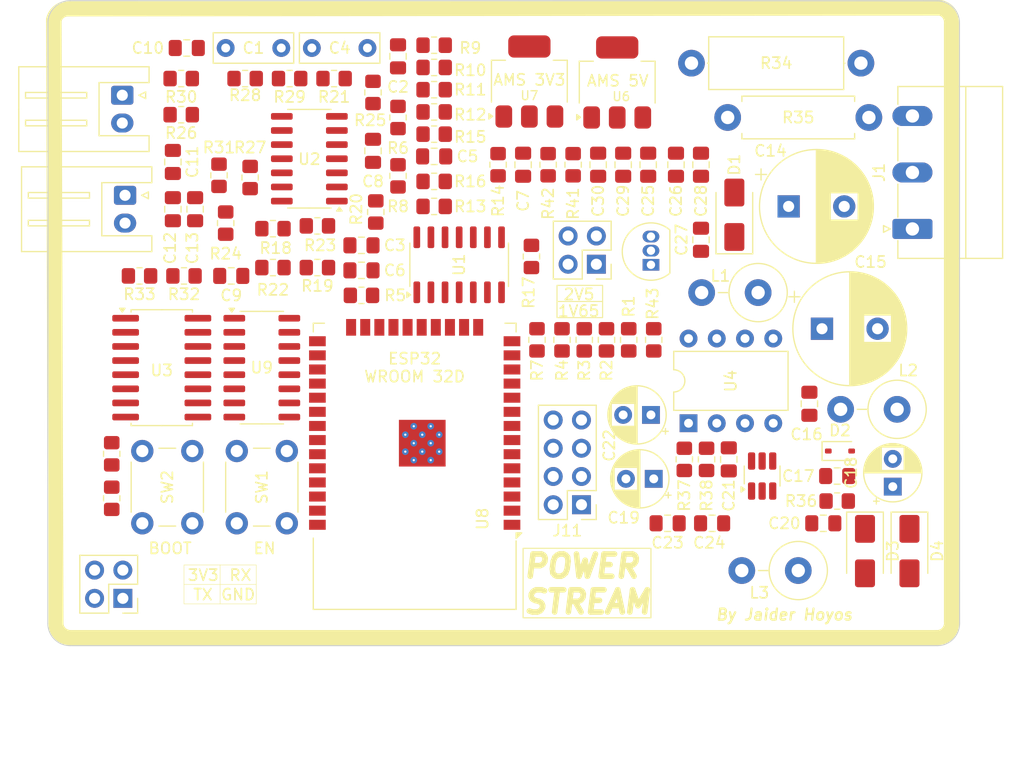
<source format=kicad_pcb>
(kicad_pcb (version 20240108) (generator "pcbnew") (generator_version "8.0")
  (layers (0 "F.Cu" signal) (31 "B.Cu" signal) (34 "B.Paste" user) (35 "F.Paste" user) (36 "B.SilkS" user "B.Silkscreen") (37 "F.SilkS" user "F.Silkscreen") (38 "B.Mask" user) (39 "F.Mask" user) (44 "Edge.Cuts" user))
  (net 0 "")
  (net 1 "Net-(C1-Pad1)")
  (net 2 "GND")
  (net 3 "Net-(C2-Pad1)")
  (net 4 "Net-(U1A--)")
  (net 5 "/PD_SingalCond/PD1_OUT")
  (net 6 "Net-(C4-Pad1)")
  (net 7 "Net-(C5-Pad1)")
  (net 8 "Net-(U1D-+)")
  (net 9 "/PD_SingalCond/PD2_OUT")
  (net 10 "/PD_SingalCond/VREF_ADC1")
  (net 11 "Net-(R1-Pad2)")
  (net 12 "Net-(U1A-+)")
  (net 13 "Net-(R10-Pad1)")
  (net 14 "Net-(U1D--)")
  (net 15 "Net-(U1B--)")
  (net 16 "/CT_SignalCond/CT1_OUT")
  (net 17 "Net-(J3-Pin_2)")
  (net 18 "/PD_SingalCond/VCC_PD")
  (net 19 "Net-(J3-Pin_1)")
  (net 20 "/PD_SingalCond/VREF_IN")
  (net 21 "Net-(U2A--)")
  (net 22 "/CT_SignalCond/VREF_ADC1")
  (net 23 "Net-(R19-Pad1)")
  (net 24 "Net-(R21-Pad1)")
  (net 25 "Net-(U2C--)")
  (net 26 "Net-(R28-Pad1)")
  (net 27 "Net-(R32-Pad2)")
  (net 28 "/CT_SignalCond/VCC_CT")
  (net 29 "/CT_SignalCond/GAIN_CT1_OUTPUT")
  (net 30 "/CT_SignalCond/GAIN_CT1_IN")
  (net 31 "/CT_SignalCond/GAIN_CT2_OUTPUT")
  (net 32 "/CT_SignalCond/GAIN_CT2_IN")
  (net 34 "/CT_SignalCond/GAIN_CT1_SW")
  (net 38 "/CT_SignalCond/GAIN_CT2_SW")
  (net 42 "Net-(D1-K)")
  (net 43 "Net-(C15-Pad1)")
  (net 44 "Net-(D2-A)")
  (net 45 "Net-(D2-K)")
  (net 46 "Net-(D4-K)")
  (net 47 "Net-(D1-A)")
  (net 48 "/Power Management/16V")
  (net 49 "Net-(U5-BST)")
  (net 50 "Net-(U5-SW)")
  (net 51 "/Power Management/7V")
  (net 52 "Net-(U5-EN)")
  (net 53 "Net-(U5-FB)")
  (net 54 "Net-(J2-Pin_2)")
  (net 55 "Net-(J2-Pin_1)")
  (net 56 "/Power Management/5V")
  (net 57 "/Power Management/3V3")
  (net 58 "/CT_SignalCond/CT2_OUT")
  (net 59 "/MCU/TX")
  (net 60 "/MCU/RX")
  (net 61 "/MCU/3V3")
  (net 62 "/MCU/ADC1_CH6")
  (net 63 "/MCU/PD1_OUT")
  (net 64 "/MCU/PD2_OUT")
  (net 65 "/MCU/ADC1_CH7")
  (net 66 "/MCU/CT1_OUT")
  (net 67 "/MCU/ADC1_CH4")
  (net 68 "/Power Management/2V5")
  (net 69 "/MCU/CT2_OUT")
  (net 70 "/MCU/EN")
  (net 71 "/MCU/BOOT")
  (net 76 "/MCU/MISO")
  (net 91 "/MCU/CS")
  (net 92 "/MCU/CLK")
  (net 93 "/MCU/MOSI")
  (net 94 "/MCU/ADC1_CH5")
  (net 101 "/MCU/5V")
  (net 104 "/Power Management/VREF")
  (net 105 "/Power Management/1V65")
  (net 106 "/L1")
  (net 108 "/L2")
  (footprint "Resistor_SMD:R_0805_2012Metric_Pad1.20x1.40mm_HandSolder" (layer "F.Cu") (at 98.035 97.835 -90)
    (property "Reference" "R37" (at 3.25 0 90) (layer "F.SilkS"))
    (property "Value" "200k" (hide yes))
    (pad "1" smd roundrect (at -1 0 270) (size 1.2 1.4) (layers "F.Cu" "F.Paste" "F.Mask") (roundrect_rratio 0.208333) (net 53 "Net-(U5-FB)"))
    (pad "2" smd roundrect (at 1 0 270) (size 1.2 1.4) (layers "F.Cu" "F.Paste" "F.Mask") (roundrect_rratio 0.208333) (net 51 "/Power Management/7V"))
  )
  (footprint "Resistor_SMD:R_0805_2012Metric_Pad1.20x1.40mm_HandSolder" (layer "F.Cu") (at 100.035 97.835 90)
    (property "Reference" "R38" (at -3.25 0 90) (layer "F.SilkS"))
    (property "Value" "24k" (hide yes))
    (pad "1" smd roundrect (at -1 0 90) (size 1.2 1.4) (layers "F.Cu" "F.Paste" "F.Mask") (roundrect_rratio 0.208333) (net 2 "GND"))
    (pad "2" smd roundrect (at 1 0 90) (size 1.2 1.4) (layers "F.Cu" "F.Paste" "F.Mask") (roundrect_rratio 0.208333) (net 53 "Net-(U5-FB)"))
  )
  (footprint "Capacitor_SMD:C_0805_2012Metric_Pad1.18x1.45mm_HandSolder" (layer "F.Cu") (at 99.535 78.085 -90)
    (property "Reference" "C27" (at 0 1.75 90) (layer "F.SilkS"))
    (property "Value" "22uF 25V" (hide yes))
    (pad "1" smd roundrect (at -1.0375 0 270) (size 1.175 1.45) (layers "F.Cu" "F.Paste" "F.Mask") (roundrect_rratio 0.212766) (net 2 "GND"))
    (pad "2" smd roundrect (at 1.0375 0 270) (size 1.175 1.45) (layers "F.Cu" "F.Paste" "F.Mask") (roundrect_rratio 0.212766) (net 56 "/Power Management/5V"))
  )
  (footprint "Capacitor_THT:C_Disc_D7.0mm_W2.5mm_P5.00mm" (layer "F.Cu") (at 56.785 60.835)
    (property "Reference" "C1" (at 2.5 0 0) (layer "F.SilkS"))
    (property "Value" "1nF" (hide yes))
    (pad "1" thru_hole circle (at 0 0) (size 1.6 1.6) (drill 0.8) (layers "*.Cu" "*.Mask") (net 1 "Net-(C1-Pad1)"))
    (pad "2" thru_hole circle (at 5 0) (size 1.6 1.6) (drill 0.8) (layers "*.Cu" "*.Mask") (net 2 "GND"))
  )
  (footprint "Capacitor_SMD:C_0805_2012Metric_Pad1.18x1.45mm_HandSolder" (layer "F.Cu") (at 94.785 71.335 90)
    (property "Reference" "C25" (at -3.25 0 90) (layer "F.SilkS"))
    (property "Value" "22uF 25V" (hide yes))
    (pad "1" smd roundrect (at -1.0375 0 90) (size 1.175 1.45) (layers "F.Cu" "F.Paste" "F.Mask") (roundrect_rratio 0.212766) (net 56 "/Power Management/5V"))
    (pad "2" smd roundrect (at 1.0375 0 90) (size 1.175 1.45) (layers "F.Cu" "F.Paste" "F.Mask") (roundrect_rratio 0.212766) (net 2 "GND"))
  )
  (footprint "Connector_Phoenix_MC_HighVoltage:PhoenixContact_MC_1,5_3-G-5.08_1x03_P5.08mm_Horizontal" (layer "F.Cu") (at 118.5525 77.11 90)
    (property "Reference" "J1" (at 5.08 -3 90) (layer "F.SilkS"))
    (property "Value" "AC_INPUT")
    (pad "1" thru_hole roundrect (at 0 0 90) (size 1.8 3.6) (drill 1.2) (layers "*.Cu" "*.Mask") (roundrect_rratio 0.138889) (net 106 "/L1"))
    (pad "2" thru_hole oval (at 5.08 0 90) (size 1.8 3.6) (drill 1.2) (layers "*.Cu" "*.Mask") (net 2 "GND"))
    (pad "3" thru_hole oval (at 10.16 0 90) (size 1.8 3.6) (drill 1.2) (layers "*.Cu" "*.Mask") (net 108 "/L2"))
  )
  (footprint "Connector_JST:JST_XH_S2B-XH-A_1x02_P2.50mm_Horizontal" (layer "F.Cu") (at 47.735 74.085 -90)
    (property "Reference" "J3" (hide yes))
    (property "Value" "CT2")
    (pad "1" thru_hole roundrect (at 0 0 270) (size 1.7 2) (drill 1) (layers "*.Cu" "*.Mask") (roundrect_rratio 0.147059) (net 19 "Net-(J3-Pin_1)"))
    (pad "2" thru_hole oval (at 2.5 0 270) (size 1.7 2) (drill 1) (layers "*.Cu" "*.Mask") (net 17 "Net-(J3-Pin_2)"))
  )
  (footprint "Resistor_SMD:R_0805_2012Metric_Pad1.20x1.40mm_HandSolder" (layer "F.Cu") (at 81.285 71.335 -90)
    (property "Reference" "R14" (at 3.25 0 90) (layer "F.SilkS"))
    (property "Value" "10k" (hide yes))
    (pad "1" smd roundrect (at -1 0 270) (size 1.2 1.4) (layers "F.Cu" "F.Paste" "F.Mask") (roundrect_rratio 0.208333) (net 10 "/PD_SingalCond/VREF_ADC1"))
    (pad "2" smd roundrect (at 1 0 270) (size 1.2 1.4) (layers "F.Cu" "F.Paste" "F.Mask") (roundrect_rratio 0.208333) (net 14 "Net-(U1D--)"))
  )
  (footprint "Capacitor_SMD:C_0805_2012Metric_Pad1.18x1.45mm_HandSolder" (layer "F.Cu") (at 111.785 99.335)
    (property "Reference" "C17" (at -3.5 0 0) (layer "F.SilkS"))
    (property "Value" "4.7uF 25V" (hide yes))
    (pad "1" smd roundrect (at -1.0375 0) (size 1.175 1.45) (layers "F.Cu" "F.Paste" "F.Mask") (roundrect_rratio 0.212766) (net 46 "Net-(D4-K)"))
    (pad "2" smd roundrect (at 1.0375 0) (size 1.175 1.45) (layers "F.Cu" "F.Paste" "F.Mask") (roundrect_rratio 0.212766) (net 45 "Net-(D2-K)"))
  )
  (footprint "Inductor_THT:L_Axial_L12.0mm_D5.0mm_P5.08mm_Vertical_Fastron_MISC" (layer "F.Cu") (at 108.285 107.835 180)
    (property "Reference" "L3" (at 3.5 -2 0) (layer "F.SilkS"))
    (property "Value" "10uH" (hide yes))
    (pad "1" thru_hole circle (at 0 0 180) (size 2.4 2.4) (drill 1.2) (layers "*.Cu" "*.Mask") (net 50 "Net-(U5-SW)"))
    (pad "2" thru_hole oval (at 5.08 0 180) (size 2.4 2.4) (drill 1.2) (layers "*.Cu" "*.Mask") (net 51 "/Power Management/7V"))
  )
  (footprint "Capacitor_THT:C_Disc_D7.0mm_W2.5mm_P5.00mm" (layer "F.Cu") (at 69.535 60.835 180)
    (property "Reference" "C4" (at 2.5 0 0) (layer "F.SilkS"))
    (property "Value" "1nF" (hide yes))
    (pad "1" thru_hole circle (at 0 0 180) (size 1.6 1.6) (drill 0.8) (layers "*.Cu" "*.Mask") (net 6 "Net-(C4-Pad1)"))
    (pad "2" thru_hole circle (at 5 0 180) (size 1.6 1.6) (drill 0.8) (layers "*.Cu" "*.Mask") (net 2 "GND"))
  )
  (footprint "Capacitor_SMD:C_0805_2012Metric_Pad1.18x1.45mm_HandSolder" (layer "F.Cu") (at 70.035 70.085 90)
    (property "Reference" "C8" (at -2.75 0 0) (layer "F.SilkS"))
    (property "Value" "100pF" (hide yes))
    (pad "1" smd roundrect (at -1.0375 0 90) (size 1.175 1.45) (layers "F.Cu" "F.Paste" "F.Mask") (roundrect_rratio 0.212766) (net 16 "/CT_SignalCond/CT1_OUT"))
    (pad "2" smd roundrect (at 1.0375 0 90) (size 1.175 1.45) (layers "F.Cu" "F.Paste" "F.Mask") (roundrect_rratio 0.212766) (net 2 "GND"))
  )
  (footprint "Resistor_SMD:R_0805_2012Metric_Pad1.20x1.40mm_HandSolder" (layer "F.Cu") (at 70.285 75.585 -90)
    (property "Reference" "R20" (at -0.25 1.75 90) (layer "F.SilkS"))
    (property "Value" "20k" (hide yes))
    (pad "1" smd roundrect (at -1 0 270) (size 1.2 1.4) (layers "F.Cu" "F.Paste" "F.Mask") (roundrect_rratio 0.208333) (net 29 "/CT_SignalCond/GAIN_CT1_OUTPUT"))
    (pad "2" smd roundrect (at 1 0 270) (size 1.2 1.4) (layers "F.Cu" "F.Paste" "F.Mask") (roundrect_rratio 0.208333) (net 23 "Net-(R19-Pad1)"))
  )
  (footprint "Resistor_SMD:R_0805_2012Metric_Pad1.20x1.40mm_HandSolder" (layer "F.Cu") (at 46.535 101.335 -90)
    (property "Reference" "R40" (hide yes))
    (property "Value" "10K" (hide yes))
    (pad "1" smd roundrect (at -1 0 270) (size 1.2 1.4) (layers "F.Cu" "F.Paste" "F.Mask") (roundrect_rratio 0.208333) (net 61 "/MCU/3V3"))
    (pad "2" smd roundrect (at 1 0 270) (size 1.2 1.4) (layers "F.Cu" "F.Paste" "F.Mask") (roundrect_rratio 0.208333) (net 71 "/MCU/BOOT"))
  )
  (footprint "" (layer "F.Cu") (at 62.035 109.585 -90)
    (property "Reference" "" (at 0 0 90) (layer "F.SilkS") (effects (font (size 1.27 1.27))))
    (property "Value" "")
    (pad "" np_thru_hole circle (at 0 0 270) (size 3.2 3.2) (drill 3.2) (layers "*.Cu" "*.Mask"))
  )
  (footprint "Resistor_SMD:R_0805_2012Metric_Pad1.20x1.40mm_HandSolder" (layer "F.Cu") (at 62.535 63.585 180)
    (property "Reference" "R29" (at 0 -1.65 0) (layer "F.SilkS"))
    (property "Value" "20k" (hide yes))
    (pad "1" smd roundrect (at -1 0 180) (size 1.2 1.4) (layers "F.Cu" "F.Paste" "F.Mask") (roundrect_rratio 0.208333) (net 31 "/CT_SignalCond/GAIN_CT2_OUTPUT"))
    (pad "2" smd roundrect (at 1 0 180) (size 1.2 1.4) (layers "F.Cu" "F.Paste" "F.Mask") (roundrect_rratio 0.208333) (net 26 "Net-(R28-Pad1)"))
  )
  (footprint "Resistor_SMD:R_0805_2012Metric_Pad1.20x1.40mm_HandSolder" (layer "F.Cu") (at 72.285 72.335 90)
    (property "Reference" "R8" (at -2.75 0 0) (layer "F.SilkS"))
    (property "Value" "100" (hide yes))
    (pad "1" smd roundrect (at -1 0 90) (size 1.2 1.4) (layers "F.Cu" "F.Paste" "F.Mask") (roundrect_rratio 0.208333) (net 5 "/PD_SingalCond/PD1_OUT"))
    (pad "2" smd roundrect (at 1 0 90) (size 1.2 1.4) (layers "F.Cu" "F.Paste" "F.Mask") (roundrect_rratio 0.208333) (net 3 "Net-(C2-Pad1)"))
  )
  (footprint "Package_TO_SOT_SMD:SOT-23-6_Handsoldering" (layer "F.Cu") (at 105.035 99.335 90)
    (property "Reference" "U5" (hide yes))
    (property "Value" "LN5016" (hide yes))
    (pad "1" smd roundrect (at -1.35 -0.95 90) (size 1.56 0.65) (layers "F.Cu" "F.Paste" "F.Mask") (net 49 "Net-(U5-BST)"))
    (pad "2" smd roundrect (at -1.35 0 90) (size 1.56 0.65) (layers "F.Cu" "F.Paste" "F.Mask") (net 2 "GND"))
    (pad "3" smd roundrect (at -1.35 0.95 90) (size 1.56 0.65) (layers "F.Cu" "F.Paste" "F.Mask") (net 53 "Net-(U5-FB)"))
    (pad "4" smd roundrect (at 1.35 0.95 90) (size 1.56 0.65) (layers "F.Cu" "F.Paste" "F.Mask") (net 52 "Net-(U5-EN)"))
    (pad "5" smd roundrect (at 1.35 0 90) (size 1.56 0.65) (layers "F.Cu" "F.Paste" "F.Mask") (net 48 "/Power Management/16V"))
    (pad "6" smd roundrect (at 1.35 -0.95 90) (size 1.56 0.65) (layers "F.Cu" "F.Paste" "F.Mask") (net 50 "Net-(U5-SW)"))
  )
  (footprint "Resistor_SMD:R_0805_2012Metric_Pad1.20x1.40mm_HandSolder" (layer "F.Cu") (at 61.035 77.085)
    (property "Reference" "R18" (at 0.25 1.75 0) (layer "F.SilkS"))
    (property "Value" "5k1" (hide yes))
    (pad "1" smd roundrect (at -1 0) (size 1.2 1.4) (layers "F.Cu" "F.Paste" "F.Mask") (roundrect_rratio 0.208333) (net 21 "Net-(U2A--)"))
    (pad "2" smd roundrect (at 1 0) (size 1.2 1.4) (layers "F.Cu" "F.Paste" "F.Mask") (roundrect_rratio 0.208333) (net 22 "/CT_SignalCond/VREF_ADC1"))
  )
  (footprint "Capacitor_THT:CP_Radial_D10.0mm_P5.00mm" (layer "F.Cu") (at 110.417323 86.085)
    (property "Reference" "C15" (at 4.367677 -6 0) (layer "F.SilkS"))
    (property "Value" "10uF 400V" (hide yes))
    (pad "1" thru_hole rect (at 0 0) (size 2 2) (drill 1) (layers "*.Cu" "*.Mask") (net 43 "Net-(C15-Pad1)"))
    (pad "2" thru_hole circle (at 5 0) (size 2 2) (drill 1) (layers "*.Cu" "*.Mask") (net 2 "GND"))
  )
  (footprint "Resistor_SMD:R_0805_2012Metric_Pad1.20x1.40mm_HandSolder" (layer "F.Cu") (at 93.035 87.085 -90)
    (property "Reference" "R1" (at -3 0 90) (layer "F.SilkS"))
    (property "Value" "300k" (hide yes))
    (pad "1" smd roundrect (at -1 0 270) (size 1.2 1.4) (layers "F.Cu" "F.Paste" "F.Mask") (roundrect_rratio 0.208333) (net 106 "/L1"))
    (pad "2" smd roundrect (at 1 0 270) (size 1.2 1.4) (layers "F.Cu" "F.Paste" "F.Mask") (roundrect_rratio 0.208333) (net 11 "Net-(R1-Pad2)"))
  )
  (footprint "Resistor_SMD:R_0805_2012Metric_Pad1.20x1.40mm_HandSolder" (layer "F.Cu") (at 84.785 87.085 90)
    (property "Reference" "R7" (at -2.75 0 90) (layer "F.SilkS"))
    (property "Value" "10k")
    (pad "1" smd roundrect (at -1 0 90) (size 1.2 1.4) (layers "F.Cu" "F.Paste" "F.Mask") (roundrect_rratio 0.208333) (net 10 "/PD_SingalCond/VREF_ADC1"))
    (pad "2" smd roundrect (at 1 0 90) (size 1.2 1.4) (layers "F.Cu" "F.Paste" "F.Mask") (roundrect_rratio 0.208333) (net 12 "Net-(U1A-+)"))
  )
  (footprint "Capacitor_SMD:C_0805_2012Metric_Pad1.18x1.45mm_HandSolder" (layer "F.Cu") (at 53.285 60.835 180)
    (property "Reference" "C10" (at 3.5 0 0) (layer "F.SilkS"))
    (property "Value" "1nF" (hide yes))
    (pad "1" smd roundrect (at -1.0375 0 180) (size 1.175 1.45) (layers "F.Cu" "F.Paste" "F.Mask") (roundrect_rratio 0.212766) (net 2 "GND"))
    (pad "2" smd roundrect (at 1.0375 0 180) (size 1.175 1.45) (layers "F.Cu" "F.Paste" "F.Mask") (roundrect_rratio 0.212766) (net 54 "Net-(J2-Pin_2)"))
  )
  (footprint "Capacitor_SMD:C_0805_2012Metric_Pad1.18x1.45mm_HandSolder" (layer "F.Cu") (at 72.285 61.585 -90)
    (property "Reference" "C2" (at 2.75 0 0) (layer "F.SilkS"))
    (property "Value" "100pF" (hide yes))
    (pad "1" smd roundrect (at -1.0375 0 270) (size 1.175 1.45) (layers "F.Cu" "F.Paste" "F.Mask") (roundrect_rratio 0.212766) (net 3 "Net-(C2-Pad1)"))
    (pad "2" smd roundrect (at 1.0375 0 270) (size 1.175 1.45) (layers "F.Cu" "F.Paste" "F.Mask") (roundrect_rratio 0.212766) (net 4 "Net-(U1A--)"))
  )
  (footprint "Resistor_SMD:R_0805_2012Metric_Pad1.20x1.40mm_HandSolder" (layer "F.Cu") (at 75.535 62.585 180)
    (property "Reference" "R10" (at -3.25 -0.25 0) (layer "F.SilkS"))
    (property "Value" "390k" (hide yes))
    (pad "1" smd roundrect (at -1 0 180) (size 1.2 1.4) (layers "F.Cu" "F.Paste" "F.Mask") (roundrect_rratio 0.208333) (net 13 "Net-(R10-Pad1)"))
    (pad "2" smd roundrect (at 1 0 180) (size 1.2 1.4) (layers "F.Cu" "F.Paste" "F.Mask") (roundrect_rratio 0.208333) (net 6 "Net-(C4-Pad1)"))
  )
  (footprint "Resistor_SMD:R_0805_2012Metric_Pad1.20x1.40mm_HandSolder" (layer "F.Cu") (at 65.035 80.585 180)
    (property "Reference" "R19" (at 0 -1.65 0) (layer "F.SilkS"))
    (property "Value" "20k" (hide yes))
    (pad "1" smd roundrect (at -1 0 180) (size 1.2 1.4) (layers "F.Cu" "F.Paste" "F.Mask") (roundrect_rratio 0.208333) (net 23 "Net-(R19-Pad1)"))
    (pad "2" smd roundrect (at 1 0 180) (size 1.2 1.4) (layers "F.Cu" "F.Paste" "F.Mask") (roundrect_rratio 0.208333) (net 21 "Net-(U2A--)"))
  )
  (footprint "Resistor_SMD:R_0805_2012Metric_Pad1.20x1.40mm_HandSolder" (layer "F.Cu") (at 87.035 87.085 -90)
    (property "Reference" "R4" (at 2.75 0 90) (layer "F.SilkS"))
    (property "Value" "5k1" (hide yes))
    (pad "1" smd roundrect (at -1 0 270) (size 1.2 1.4) (layers "F.Cu" "F.Paste" "F.Mask") (roundrect_rratio 0.208333) (net 12 "Net-(U1A-+)"))
    (pad "2" smd roundrect (at 1 0 270) (size 1.2 1.4) (layers "F.Cu" "F.Paste" "F.Mask") (roundrect_rratio 0.208333) (net 1 "Net-(C1-Pad1)"))
  )
  (footprint "Capacitor_SMD:C_0805_2012Metric_Pad1.18x1.45mm_HandSolder" (layer "F.Cu") (at 75.535 70.585 180)
    (property "Reference" "C5" (at -3 0 0) (layer "F.SilkS"))
    (property "Value" "100pF" (hide yes))
    (pad "1" smd roundrect (at -1.0375 0 180) (size 1.175 1.45) (layers "F.Cu" "F.Paste" "F.Mask") (roundrect_rratio 0.212766) (net 7 "Net-(C5-Pad1)"))
    (pad "2" smd roundrect (at 1.0375 0 180) (size 1.175 1.45) (layers "F.Cu" "F.Paste" "F.Mask") (roundrect_rratio 0.212766) (net 8 "Net-(U1D-+)"))
  )
  (footprint "Capacitor_SMD:C_0805_2012Metric_Pad1.18x1.45mm_HandSolder" (layer "F.Cu") (at 100.535 103.585 180)
    (property "Reference" "C24" (at 0.25 -1.75 0) (layer "F.SilkS"))
    (property "Value" "1nF 25V" (hide yes))
    (pad "1" smd roundrect (at -1.0375 0 180) (size 1.175 1.45) (layers "F.Cu" "F.Paste" "F.Mask") (roundrect_rratio 0.212766) (net 2 "GND"))
    (pad "2" smd roundrect (at 1.0375 0 180) (size 1.175 1.45) (layers "F.Cu" "F.Paste" "F.Mask") (roundrect_rratio 0.212766) (net 51 "/Power Management/7V"))
  )
  (footprint "Resistor_SMD:R_0805_2012Metric_Pad1.20x1.40mm_HandSolder" (layer "F.Cu") (at 66.535 63.585 180)
    (property "Reference" "R21" (at 0 -1.65 0) (layer "F.SilkS"))
    (property "Value" "5k1" (hide yes))
    (pad "1" smd roundrect (at -1 0 180) (size 1.2 1.4) (layers "F.Cu" "F.Paste" "F.Mask") (roundrect_rratio 0.208333) (net 24 "Net-(R21-Pad1)"))
    (pad "2" smd roundrect (at 1 0 180) (size 1.2 1.4) (layers "F.Cu" "F.Paste" "F.Mask") (roundrect_rratio 0.208333) (net 29 "/CT_SignalCond/GAIN_CT1_OUTPUT"))
  )
  (footprint "Package_TO_SOT_THT:TO-92L_Inline" (layer "F.Cu") (at 95.035 80.335 90)
    (property "Reference" "U10" (hide yes))
    (property "Value" "LM4040LP-2.5" (hide yes))
    (pad "1" thru_hole rect (at 0 0 90) (size 1.05 1.5) (drill 0.75) (layers "*.Cu" "*.Mask"))
    (pad "2" thru_hole oval (at 1.27 0 90) (size 1.05 1.5) (drill 0.75) (layers "*.Cu" "*.Mask") (net 68 "/Power Management/2V5"))
    (pad "3" thru_hole oval (at 2.54 0 90) (size 1.05 1.5) (drill 0.75) (layers "*.Cu" "*.Mask") (net 2 "GND"))
  )
  (footprint "Capacitor_SMD:C_0805_2012Metric_Pad1.18x1.45mm_HandSolder" (layer "F.Cu") (at 97.285 71.335 90)
    (property "Reference" "C26" (at -3.25 0 90) (layer "F.SilkS"))
    (property "Value" "1nF 25V" (hide yes))
    (pad "1" smd roundrect (at -1.0375 0 90) (size 1.175 1.45) (layers "F.Cu" "F.Paste" "F.Mask") (roundrect_rratio 0.212766) (net 56 "/Power Management/5V"))
    (pad "2" smd roundrect (at 1.0375 0 90) (size 1.175 1.45) (layers "F.Cu" "F.Paste" "F.Mask") (roundrect_rratio 0.212766) (net 2 "GND"))
  )
  (footprint "Capacitor_SMD:C_0805_2012Metric_Pad1.18x1.45mm_HandSolder" (layer "F.Cu") (at 54.035 75.335 -90)
    (property "Reference" "C13" (at 3.5 0.25 90) (layer "F.SilkS"))
    (property "Value" "1nF" (hide yes))
    (pad "1" smd roundrect (at -1.0375 0 270) (size 1.175 1.45) (layers "F.Cu" "F.Paste" "F.Mask") (roundrect_rratio 0.212766) (net 19 "Net-(J3-Pin_1)"))
    (pad "2" smd roundrect (at 1.0375 0 270) (size 1.175 1.45) (layers "F.Cu" "F.Paste" "F.Mask") (roundrect_rratio 0.212766) (net 2 "GND"))
  )
  (footprint "Package_TO_SOT_SMD:SOT-223-3_TabPin2" (layer "F.Cu") (at 92 63.935 90)
    (property "Reference" "U6" (hide yes))
    (property "Value" "AMS 5V" (at 0.15 0.05 0) (layer "F.SilkS"))
    (fp_text user "${REFERENCE}" (at -1.265 0.365 0) (layer "F.SilkS") (effects (font (size 0.8 0.8) (thickness 0.12))))
    (pad "1" smd roundrect (at -3.15 -2.3 90) (size 2 1.5) (layers "F.Cu" "F.Paste" "F.Mask") (net 2 "GND"))
    (pad "2" smd roundrect (at -3.15 0 90) (size 2 1.5) (layers "F.Cu" "F.Paste" "F.Mask") (net 56 "/Power Management/5V"))
    (pad "2" smd roundrect (at 3.15 0 90) (size 2 3.8) (layers "F.Cu" "F.Paste" "F.Mask") (net 56 "/Power Management/5V"))
    (pad "3" smd roundrect (at -3.15 2.3 90) (size 2 1.5) (layers "F.Cu" "F.Paste" "F.Mask") (net 51 "/Power Management/7V"))
  )
  (footprint "Connector_PinHeader_2.54mm:PinHeader_2x02_P2.54mm_Vertical" (layer "F.Cu") (at 90.125 80.285 180)
    (property "Reference" "J5" (hide yes))
    (property "Value" "VREF_SELECT" (hide yes))
    (pad "1" thru_hole rect (at 0 0 180) (size 1.7 1.7) (drill 1) (layers "*.Cu" "*.Mask") (net 105 "/Power Management/1V65"))
    (pad "2" thru_hole oval (at 2.54 0 180) (size 1.7 1.7) (drill 1) (layers "*.Cu" "*.Mask") (net 104 "/Power Management/VREF"))
    (pad "3" thru_hole oval (at 0 2.54 180) (size 1.7 1.7) (drill 1) (layers "*.Cu" "*.Mask") (net 68 "/Power Management/2V5"))
    (pad "4" thru_hole oval (at 2.54 2.54 180) (size 1.7 1.7) (drill 1) (layers "*.Cu" "*.Mask") (net 104 "/Power Management/VREF"))
  )
  (footprint "" (layer "F.Cu") (at 99.535 107.835 -90)
    (property "Reference" "" (at 0 0 90) (layer "F.SilkS") (effects (font (size 1.27 1.27))))
    (property "Value" "")
    (pad "" np_thru_hole circle (at 0 0 270) (size 3.2 3.2) (drill 3.2) (layers "*.Cu" "*.Mask"))
  )
  (footprint "Resistor_SMD:R_0805_2012Metric_Pad1.20x1.40mm_HandSolder" (layer "F.Cu") (at 46.535 97.335 90)
    (property "Reference" "R39" (hide yes))
    (property "Value" "10K" (hide yes))
    (pad "1" smd roundrect (at -1 0 90) (size 1.2 1.4) (layers "F.Cu" "F.Paste" "F.Mask") (roundrect_rratio 0.208333) (net 61 "/MCU/3V3"))
    (pad "2" smd roundrect (at 1 0 90) (size 1.2 1.4) (layers "F.Cu" "F.Paste" "F.Mask") (roundrect_rratio 0.208333) (net 70 "/MCU/EN"))
  )
  (footprint "Capacitor_THT:CP_Radial_D10.0mm_P5.00mm" (layer "F.Cu") (at 107.417323 75.085)
    (property "Reference" "C14" (at -1.632323 -5 0) (layer "F.SilkS"))
    (property "Value" "10uF 400V" (hide yes))
    (pad "1" thru_hole rect (at 0 0) (size 2 2) (drill 1) (layers "*.Cu" "*.Mask") (net 42 "Net-(D1-K)"))
    (pad "2" thru_hole circle (at 5 0) (size 2 2) (drill 1) (layers "*.Cu" "*.Mask") (net 2 "GND"))
  )
  (footprint "Resistor_SMD:R_0805_2012Metric_Pad1.20x1.40mm_HandSolder" (layer "F.Cu") (at 91.035 87.085 -90)
    (property "Reference" "R2" (at 2.75 0 90) (layer "F.SilkS"))
    (property "Value" "390k" (hide yes))
    (pad "1" smd roundrect (at -1 0 270) (size 1.2 1.4) (layers "F.Cu" "F.Paste" "F.Mask") (roundrect_rratio 0.208333) (net 11 "Net-(R1-Pad2)"))
    (pad "2" smd roundrect (at 1 0 270) (size 1.2 1.4) (layers "F.Cu" "F.Paste" "F.Mask") (roundrect_rratio 0.208333) (net 1 "Net-(C1-Pad1)"))
  )
  (footprint "Resistor_SMD:R_0805_2012Metric_Pad1.20x1.40mm_HandSolder" (layer "F.Cu") (at 61.035 80.585)
    (property "Reference" "R22" (at 0 2 0) (layer "F.SilkS"))
    (property "Value" "1k" (hide yes))
    (pad "1" smd roundrect (at -1 0) (size 1.2 1.4) (layers "F.Cu" "F.Paste" "F.Mask") (roundrect_rratio 0.208333) (net 30 "/CT_SignalCond/GAIN_CT1_IN"))
    (pad "2" smd roundrect (at 1 0) (size 1.2 1.4) (layers "F.Cu" "F.Paste" "F.Mask") (roundrect_rratio 0.208333) (net 21 "Net-(U2A--)"))
  )
  (footprint "Capacitor_THT:CP_Radial_D5.0mm_P2.50mm" (layer "F.Cu") (at 95.035 93.835 180)
    (property "Reference" "C22" (at 3.75 -2.75 90) (layer "F.SilkS"))
    (property "Value" "22uF 25V" (hide yes))
    (pad "1" thru_hole rect (at 0 0 180) (size 1.6 1.6) (drill 0.8) (layers "*.Cu" "*.Mask") (net 51 "/Power Management/7V"))
    (pad "2" thru_hole circle (at 2.5 0 180) (size 1.6 1.6) (drill 0.8) (layers "*.Cu" "*.Mask") (net 2 "GND"))
  )
  (footprint "Resistor_SMD:R_0805_2012Metric_Pad1.20x1.40mm_HandSolder" (layer "F.Cu") (at 88.035 71.335 -90)
    (property "Reference" "R41" (at 3.5 0 90) (layer "F.SilkS"))
    (property "Value" "10k" (hide yes))
    (pad "1" smd roundrect (at -1 0 270) (size 1.2 1.4) (layers "F.Cu" "F.Paste" "F.Mask") (roundrect_rratio 0.208333) (net 57 "/Power Management/3V3"))
    (pad "2" smd roundrect (at 1 0 270) (size 1.2 1.4) (layers "F.Cu" "F.Paste" "F.Mask") (roundrect_rratio 0.208333) (net 105 "/Power Management/1V65"))
  )
  (footprint "Package_DIP:DIP-8_W7.62mm" (layer "F.Cu") (at 98.415 94.585 90)
    (property "Reference" "U4" (at 3.8 3.8 90) (layer "F.SilkS"))
    (property "Value" "VIPer22ADIP-E" (hide yes))
    (pad "1" thru_hole rect (at 0 0 90) (size 1.6 1.6) (drill 0.8) (layers "*.Cu" "*.Mask") (net 46 "Net-(D4-K)"))
    (pad "2" thru_hole oval (at 0 2.54 90) (size 1.6 1.6) (drill 0.8) (layers "*.Cu" "*.Mask") (net 46 "Net-(D4-K)"))
    (pad "3" thru_hole oval (at 0 5.08 90) (size 1.6 1.6) (drill 0.8) (layers "*.Cu" "*.Mask") (net 44 "Net-(D2-A)"))
    (pad "4" thru_hole oval (at 0 7.62 90) (size 1.6 1.6) (drill 0.8) (layers "*.Cu" "*.Mask") (net 45 "Net-(D2-K)"))
    (pad "5" thru_hole oval (at 7.62 7.62 90) (size 1.6 1.6) (drill 0.8) (layers "*.Cu" "*.Mask") (net 43 "Net-(C15-Pad1)"))
    (pad "6" thru_hole oval (at 7.62 5.08 90) (size 1.6 1.6) (drill 0.8) (layers "*.Cu" "*.Mask") (net 43 "Net-(C15-Pad1)"))
    (pad "7" thru_hole oval (at 7.62 2.54 90) (size 1.6 1.6) (drill 0.8) (layers "*.Cu" "*.Mask") (net 43 "Net-(C15-Pad1)"))
    (pad "8" thru_hole oval (at 7.62 0 90) (size 1.6 1.6) (drill 0.8) (layers "*.Cu" "*.Mask") (net 43 "Net-(C15-Pad1)"))
  )
  (footprint "Package_TO_SOT_SMD:SOT-223-3_TabPin2" (layer "F.Cu") (at 84.1 63.85 90)
    (property "Reference" "U7" (hide yes))
    (property "Value" "AMS1117-3.3" (hide yes))
    (fp_text user "${REFERENCE}" (at -1.265 0 0) (layer "F.SilkS") (effects (font (size 0.8 0.8) (thickness 0.12))))
    (pad "1" smd roundrect (at -3.15 -2.3 90) (size 2 1.5) (layers "F.Cu" "F.Paste" "F.Mask") (net 2 "GND"))
    (pad "2" smd roundrect (at -3.15 0 90) (size 2 1.5) (layers "F.Cu" "F.Paste" "F.Mask") (net 57 "/Power Management/3V3"))
    (pad "2" smd roundrect (at 3.15 0 90) (size 2 3.8) (layers "F.Cu" "F.Paste" "F.Mask") (net 57 "/Power Management/3V3"))
    (pad "3" smd roundrect (at -3.15 2.3 90) (size 2 1.5) (layers "F.Cu" "F.Paste" "F.Mask") (net 56 "/Power Management/5V"))
  )
  (footprint "Connector_PinHeader_2.54mm:PinHeader_2x04_P2.54mm_Vertical" (layer "F.Cu") (at 88.785 101.915 180)
    (property "Reference" "J11" (at 1.27 -2.33 0) (layer "F.SilkS"))
    (property "Value" "Conn_02x04_Odd_Even")
    (pad "1" thru_hole rect (at 0 0 180) (size 1.7 1.7) (drill 1) (layers "*.Cu" "*.Mask") (net 62 "/MCU/ADC1_CH6"))
    (pad "2" thru_hole oval (at 2.54 0 180) (size 1.7 1.7) (drill 1) (layers "*.Cu" "*.Mask") (net 63 "/MCU/PD1_OUT"))
    (pad "3" thru_hole oval (at 0 2.54 180) (size 1.7 1.7) (drill 1) (layers "*.Cu" "*.Mask") (net 65 "/MCU/ADC1_CH7"))
    (pad "4" thru_hole oval (at 2.54 2.54 180) (size 1.7 1.7) (drill 1) (layers "*.Cu" "*.Mask") (net 64 "/MCU/PD2_OUT"))
    (pad "5" thru_hole oval (at 0 5.08 180) (size 1.7 1.7) (drill 1) (layers "*.Cu" "*.Mask") (net 67 "/MCU/ADC1_CH4"))
    (pad "6" thru_hole oval (at 2.54 5.08 180) (size 1.7 1.7) (drill 1) (layers "*.Cu" "*.Mask") (net 66 "/MCU/CT1_OUT"))
    (pad "7" thru_hole oval (at 0 7.62 180) (size 1.7 1.7) (drill 1) (layers "*.Cu" "*.Mask") (net 94 "/MCU/ADC1_CH5"))
    (pad "8" thru_hole oval (at 2.54 7.62 180) (size 1.7 1.7) (drill 1) (layers "*.Cu" "*.Mask") (net 69 "/MCU/CT2_OUT"))
  )
  (footprint "Resistor_SMD:R_0805_2012Metric_Pad1.20x1.40mm_HandSolder" (layer "F.Cu") (at 52.785 63.585 180)
    (property "Reference" "R30" (at 0 -1.65 0) (layer "F.SilkS"))
    (property "Value" "5k1" (hide yes))
    (pad "1" smd roundrect (at -1 0 180) (size 1.2 1.4) (layers "F.Cu" "F.Paste" "F.Mask") (roundrect_rratio 0.208333) (net 25 "Net-(U2C--)"))
    (pad "2" smd roundrect (at 1 0 180) (size 1.2 1.4) (layers "F.Cu" "F.Paste" "F.Mask") (roundrect_rratio 0.208333) (net 22 "/CT_SignalCond/VREF_ADC1"))
  )
  (footprint "Resistor_THT:R_Axial_DIN0414_L11.9mm_D4.5mm_P15.24mm_Horizontal" (layer "F.Cu") (at 98.68 62.2)
    (property "Reference" "R34" (at 7.62 0 0) (layer "F.SilkS"))
    (property "Value" "10" (hide yes))
    (pad "1" thru_hole circle (at 0 0) (size 2.4 2.4) (drill 1.2) (layers "*.Cu" "*.Mask") (net 106 "/L1"))
    (pad "2" thru_hole oval (at 15.24 0) (size 2.4 2.4) (drill 1.2) (layers "*.Cu" "*.Mask") (net 47 "Net-(D1-A)"))
  )
  (footprint "Resistor_SMD:R_0805_2012Metric_Pad1.20x1.40mm_HandSolder" (layer "F.Cu") (at 85.785 71.335 90)
    (property "Reference" "R42" (at -3.5 0 90) (layer "F.SilkS"))
    (property "Value" "10k" (hide yes))
    (pad "1" smd roundrect (at -1 0 90) (size 1.2 1.4) (layers "F.Cu" "F.Paste" "F.Mask") (roundrect_rratio 0.208333) (net 105 "/Power Management/1V65"))
    (pad "2" smd roundrect (at 1 0 90) (size 1.2 1.4) (layers "F.Cu" "F.Paste" "F.Mask") (roundrect_rratio 0.208333) (net 2 "GND"))
  )
  (footprint "Resistor_SMD:R_0805_2012Metric_Pad1.20x1.40mm_HandSolder" (layer "F.Cu") (at 75.535 66.585)
    (property "Reference" "R12" (at 3.25 0.25 0) (layer "F.SilkS"))
    (property "Value" "5k1" (hide yes))
    (pad "1" smd roundrect (at -1 0) (size 1.2 1.4) (layers "F.Cu" "F.Paste" "F.Mask") (roundrect_rratio 0.208333) (net 8 "Net-(U1D-+)"))
    (pad "2" smd roundrect (at 1 0) (size 1.2 1.4) (layers "F.Cu" "F.Paste" "F.Mask") (roundrect_rratio 0.208333) (net 2 "GND"))
  )
  (footprint "Capacitor_THT:CP_Radial_D5.0mm_P2.50mm" (layer "F.Cu") (at 116.785 100.290113 90)
    (property "Reference" "C18" (at 1.25 -3.75 90) (layer "F.SilkS"))
    (property "Value" "4.7uF 35V")
    (pad "1" thru_hole rect (at 0 0 90) (size 1.6 1.6) (drill 0.8) (layers "*.Cu" "*.Mask") (net 2 "GND"))
    (pad "2" thru_hole circle (at 2.5 0 90) (size 1.6 1.6) (drill 0.8) (layers "*.Cu" "*.Mask") (net 48 "/Power Management/16V"))
  )
  (footprint "Button_Switch_THT:SW_PUSH_6mm" (layer "F.Cu") (at 57.785 103.585 90)
    (property "Reference" "SW1" (at 3.25 2.25 90) (layer "F.SilkS"))
    (property "Value" "EN" (at -2.25 2.5 0) (layer "F.SilkS"))
    (pad "1" thru_hole circle (at 0 0 180) (size 2 2) (drill 1.1) (layers "*.Cu" "*.Mask") (net 2 "GND"))
    (pad "1" thru_hole circle (at 6.5 0 180) (size 2 2) (drill 1.1) (layers "*.Cu" "*.Mask") (net 2 "GND"))
    (pad "2" thru_hole circle (at 0 4.5 180) (size 2 2) (drill 1.1) (layers "*.Cu" "*.Mask") (net 70 "/MCU/EN"))
    (pad "2" thru_hole circle (at 6.5 4.5 180) (size 2 2) (drill 1.1) (layers "*.Cu" "*.Mask") (net 70 "/MCU/EN"))
  )
  (footprint "Capacitor_SMD:C_0805_2012Metric_Pad1.18x1.45mm_HandSolder" (layer "F.Cu") (at 92.535 71.335 -90)
    (property "Reference" "C29" (at 3.25 0 90) (layer "F.SilkS"))
    (property "Value" "1nF 25V" (hide yes))
    (pad "1" smd roundrect (at -1.0375 0 270) (size 1.175 1.45) (layers "F.Cu" "F.Paste" "F.Mask") (roundrect_rratio 0.212766) (net 57 "/Power Management/3V3"))
    (pad "2" smd roundrect (at 1.0375 0 270) (size 1.175 1.45) (layers "F.Cu" "F.Paste" "F.Mask") (roundrect_rratio 0.212766) (net 2 "GND"))
  )
  (footprint "Capacitor_SMD:C_0805_2012Metric_Pad1.18x1.45mm_HandSolder" (layer "F.Cu") (at 83.535 71.335 90)
    (property "Reference" "C7" (at -3.25 0 90) (layer "F.SilkS"))
    (property "Value" "1nF" (hide yes))
    (pad "1" smd roundrect (at -1.0375 0 90) (size 1.175 1.45) (layers "F.Cu" "F.Paste" "F.Mask") (roundrect_rratio 0.212766) (net 10 "/PD_SingalCond/VREF_ADC1"))
    (pad "2" smd roundrect (at 1.0375 0 90) (size 1.175 1.45) (layers "F.Cu" "F.Paste" "F.Mask") (roundrect_rratio 0.212766) (net 2 "GND"))
  )
  (footprint "Capacitor_SMD:C_0805_2012Metric_Pad1.18x1.45mm_HandSolder" (layer "F.Cu") (at 109.285 92.835 90)
    (property "Reference" "C16" (at -2.75 -0.25 0) (layer "F.SilkS"))
    (property "Value" "100nF 25V" (hide yes))
    (pad "1" smd roundrect (at -1.0375 0 90) (size 1.175 1.45) (layers "F.Cu" "F.Paste" "F.Mask") (roundrect_rratio 0.212766) (net 46 "Net-(D4-K)"))
    (pad "2" smd roundrect (at 1.0375 0 90) (size 1.175 1.45) (layers "F.Cu" "F.Paste" "F.Mask") (roundrect_rratio 0.212766) (net 44 "Net-(D2-A)"))
  )
  (footprint "Resistor_SMD:R_0805_2012Metric_Pad1.20x1.40mm_HandSolder" (layer "F.Cu") (at 58.535 63.585 180)
    (property "Reference" "R28" (at 0 -1.5 0) (layer "F.SilkS"))
    (property "Value" "20k" (hide yes))
    (pad "1" smd roundrect (at -1 0 180) (size 1.2 1.4) (layers "F.Cu" "F.Paste" "F.Mask") (roundrect_rratio 0.208333) (net 26 "Net-(R28-Pad1)"))
    (pad "2" smd roundrect (at 1 0 180) (size 1.2 1.4) (layers "F.Cu" "F.Paste" "F.Mask") (roundrect_rratio 0.208333) (net 25 "Net-(U2C--)"))
  )
  (footprint "Resistor_SMD:R_0805_2012Metric_Pad1.20x1.40mm_HandSolder" (layer "F.Cu") (at 65.035 76.835 180)
    (property "Reference" "R23" (at -0.25 -1.75 0) (layer "F.SilkS"))
    (property "Value" "300k" (hide yes))
    (pad "1" smd roundrect (at -1 0 180) (size 1.2 1.4) (layers "F.Cu" "F.Paste" "F.Mask") (roundrect_rratio 0.208333) (net 55 "Net-(J2-Pin_1)"))
    (pad "2" smd roundrect (at 1 0 180) (size 1.2 1.4) (layers "F.Cu" "F.Paste" "F.Mask") (roundrect_rratio 0.208333) (net 22 "/CT_SignalCond/VREF_ADC1"))
  )
  (footprint "RF_Module:ESP32-WROOM-32" (layer "F.Cu") (at 73.785 95.47 180)
    (property "Reference" "U8" (at -6.1 -7.715 90) (layer "F.SilkS"))
    (property "Value" "ESP32-WROOM-32" (hide yes))
    (pad "1" smd rect (at -8.75 -8.25 180) (size 1.5 0.9) (layers "F.Cu" "F.Paste" "F.Mask") (net 2 "GND"))
    (pad "2" smd rect (at -8.75 -6.98 180) (size 1.5 0.9) (layers "F.Cu" "F.Paste" "F.Mask") (net 61 "/MCU/3V3"))
    (pad "3" smd rect (at -8.75 -5.71 180) (size 1.5 0.9) (layers "F.Cu" "F.Paste" "F.Mask") (net 70 "/MCU/EN"))
    (pad "4" smd rect (at -8.75 -4.44 180) (size 1.5 0.9) (layers "F.Cu" "F.Paste" "F.Mask"))
    (pad "5" smd rect (at -8.75 -3.17 180) (size 1.5 0.9) (layers "F.Cu" "F.Paste" "F.Mask"))
    (pad "6" smd rect (at -8.75 -1.9 180) (size 1.5 0.9) (layers "F.Cu" "F.Paste" "F.Mask") (net 62 "/MCU/ADC1_CH6"))
    (pad "7" smd rect (at -8.75 -0.63 180) (size 1.5 0.9) (layers "F.Cu" "F.Paste" "F.Mask") (net 65 "/MCU/ADC1_CH7"))
    (pad "8" smd rect (at -8.75 0.64 180) (size 1.5 0.9) (layers "F.Cu" "F.Paste" "F.Mask") (net 67 "/MCU/ADC1_CH4"))
    (pad "9" smd rect (at -8.75 1.91 180) (size 1.5 0.9) (layers "F.Cu" "F.Paste" "F.Mask") (net 94 "/MCU/ADC1_CH5"))
    (pad "10" smd rect (at -8.75 3.18 180) (size 1.5 0.9) (layers "F.Cu" "F.Paste" "F.Mask"))
    (pad "11" smd rect (at -8.75 4.45 180) (size 1.5 0.9) (layers "F.Cu" "F.Paste" "F.Mask"))
    (pad "12" smd rect (at -8.75 5.72 180) (size 1.5 0.9) (layers "F.Cu" "F.Paste" "F.Mask"))
    (pad "13" smd rect (at -8.75 6.99 180) (size 1.5 0.9) (layers "F.Cu" "F.Paste" "F.Mask"))
    (pad "14" smd rect (at -8.75 8.26 180) (size 1.5 0.9) (layers "F.Cu" "F.Paste" "F.Mask"))
    (pad "15" smd rect (at -5.71 9.51 270) (size 1.5 0.9) (layers "F.Cu" "F.Paste" "F.Mask") (net 2 "GND"))
    (pad "16" smd rect (at -4.44 9.51 270) (size 1.5 0.9) (layers "F.Cu" "F.Paste" "F.Mask"))
    (pad "17" smd rect (at -3.17 9.51 270) (size 1.5 0.9) (layers "F.Cu" "F.Paste" "F.Mask"))
    (pad "18" smd rect (at -1.9 9.51 270) (size 1.5 0.9) (layers "F.Cu" "F.Paste" "F.Mask"))
    (pad "19" smd rect (at -0.63 9.51 270) (size 1.5 0.9) (layers "F.Cu" "F.Paste" "F.Mask"))
    (pad "20" smd rect (at 0.64 9.51 270) (size 1.5 0.9) (layers "F.Cu" "F.Paste" "F.Mask"))
    (pad "21" smd rect (at 1.91 9.51 270) (size 1.5 0.9) (layers "F.Cu" "F.Paste" "F.Mask"))
    (pad "22" smd rect (at 3.18 9.51 270) (size 1.5 0.9) (layers "F.Cu" "F.Paste" "F.Mask"))
    (pad "23" smd rect (at 4.45 9.51 270) (size 1.5 0.9) (layers "F.Cu" "F.Paste" "F.Mask"))
    (pad "24" smd rect (at 5.72 9.51 270) (size 1.5 0.9) (layers "F.Cu" "F.Paste" "F.Mask"))
    (pad "25" smd rect (at 8.75 8.26 180) (size 1.5 0.9) (layers "F.Cu" "F.Paste" "F.Mask") (net 71 "/MCU/BOOT"))
    (pad "26" smd rect (at 8.75 6.99 180) (size 1.5 0.9) (layers "F.Cu" "F.Paste" "F.Mask"))
    (pad "27" smd rect (at 8.75 5.72 180) (size 1.5 0.9) (layers "F.Cu" "F.Paste" "F.Mask"))
    (pad "28" smd rect (at 8.75 4.45 180) (size 1.5 0.9) (layers "F.Cu" "F.Paste" "F.Mask"))
    (pad "29" smd rect (at 8.75 3.18 180) (size 1.5 0.9) (layers "F.Cu" "F.Paste" "F.Mask") (net 91 "/MCU/CS"))
    (pad "30" smd rect (at 8.75 1.91 180) (size 1.5 0.9) (layers "F.Cu" "F.Paste" "F.Mask") (net 92 "/MCU/CLK"))
    (pad "31" smd rect (at 8.75 0.64 180) (size 1.5 0.9) (layers "F.Cu" "F.Paste" "F.Mask") (net 76 "/MCU/MISO"))
    (pad "32" smd rect (at 8.75 -0.63 180) (size 1.5 0.9) (layers "F.Cu" "F.Paste" "F.Mask"))
    (pad "33" smd rect (at 8.75 -1.9 180) (size 1.5 0.9) (layers "F.Cu" "F.Paste" "F.Mask"))
    (pad "34" smd rect (at 8.75 -3.17 180) (size 1.5 0.9) (layers "F.Cu" "F.Paste" "F.Mask") (net 60 "/MCU/RX"))
    (pad "35" smd rect (at 8.75 -4.44 180) (size 1.5 0.9) (layers "F.Cu" "F.Paste" "F.Mask") (net 59 "/MCU/TX"))
    (pad "36" smd rect (at 8.75 -5.71 180) (size 1.5 0.9) (layers "F.Cu" "F.Paste" "F.Mask"))
    (pad "37" smd rect (at 8.75 -6.98 180) (size 1.5 0.9) (layers "F.Cu" "F.Paste" "F.Mask") (net 93 "/MCU/MOSI"))
    (pad "38" smd rect (at 8.75 -8.25 180) (size 1.5 0.9) (layers "F.Cu" "F.Paste" "F.Mask") (net 2 "GND"))
    (pad "39" smd rect (at -2.205 -2.435 180) (size 1.05 1.05) (layers "F.Cu" "F.Paste") (net 2 "GND"))
    (pad "39" thru_hole circle (at -2.205 -1.6725 180) (size 0.6 0.6) (drill 0.2) (property pad_prop_heatsink) (layers "*.Cu" "F.Mask") (net 2 "GND"))
    (pad "39" smd rect (at -2.205 -0.91 180) (size 1.05 1.05) (layers "F.Cu" "F.Paste") (net 2 "GND"))
    (pad "39" thru_hole circle (at -2.205 -0.1475 180) (size 0.6 0.6) (drill 0.2) (property pad_prop_heatsink) (layers "*.Cu" "F.Mask") (net 2 "GND"))
    (pad "39" smd rect (at -2.205 0.615 180) (size 1.05 1.05) (layers "F.Cu" "F.Paste") (net 2 "GND"))
    (pad "39" thru_hole circle (at -1.4425 -2.435 180) (size 0.6 0.6) (drill 0.2) (property pad_prop_heatsink) (layers "*.Cu" "F.Mask") (net 2 "GND"))
    (pad "39" thru_hole circle (at -1.4425 -0.91 180) (size 0.6 0.6) (drill 0.2) (property pad_prop_heatsink) (layers "*.Cu" "F.Mask") (net 2 "GND"))
    (pad "39" thru_hole circle (at -1.4425 0.615 180) (size 0.6 0.6) (drill 0.2) (property pad_prop_heatsink) (layers "*.Cu" "F.Mask") (net 2 "GND"))
    (pad "39" smd rect (at -0.68 -2.435 180) (size 1.05 1.05) (layers "F.Cu" "F.Paste") (net 2 "GND"))
    (pad "39" thru_hole circle (at -0.68 -1.6725 180) (size 0.6 0.6) (drill 0.2) (property pad_prop_heatsink) (layers "*.Cu" "F.Mask") (net 2 "GND"))
    (pad "39" smd rect (at -0.68 -0.91 180) (size 1.05 1.05) (layers "F.Cu" "F.Paste") (net 2 "GND"))
    (pad "39" smd rect (at -0.68 -0.91 180) (size 4.2 4.2) (layers "F.Cu" "F.Mask") (net 2 "GND"))
    (pad "39" thru_hole circle (at -0.68 -0.1475 180) (size 0.6 0.6) (drill 0.2) (property pad_prop_heatsink) (layers "*.Cu" "F.Mask") (net 2 "GND"))
    (pad "39" smd rect (at -0.68 0.615 180) (size 1.05 1.05) (layers "F.Cu" "F.Paste") (net 2 "GND"))
    (pad "39" thru_hole circle (at 0.0825 -2.435 180) (size 0.6 0.6) (drill 0.2) (property pad_prop_heatsink) (layers "*.Cu" "F.Mask") (net 2 "GND"))
    (pad "39" thru_hole circle (at 0.0825 -0.91 180) (size 0.6 0.6) (drill 0.2) (property pad_prop_heatsink) (layers "*.Cu" "F.Mask") (net 2 "GND"))
    (pad "39" thru_hole circle (at 0.0825 0.615 180) (size 0.6 0.6) (drill 0.2) (property pad_prop_heatsink) (layers "*.Cu" "F.Mask") (net 2 "GND"))
    (pad "39" smd rect (at 0.845 -2.435 180) (size 1.05 1.05) (layers "F.Cu" "F.Paste") (net 2 "GND"))
    (pad "39" thru_hole circle (at 0.845 -1.6725 180) (size 0.6 0.6) (drill 0.2) (property pad_prop_heatsink) (layers "*.Cu" "F.Mask") (net 2 "GND"))
    (pad "39" smd rect (at 0.845 -0.91 180) (size 1.05 1.05) (layers "F.Cu" "F.Paste") (net 2 "GND"))
    (pad "39" thru_hole circle (at 0.845 -0.1475 180) (size 0.6 0.6) (drill 0.2) (property pad_prop_heatsink) (layers "*.Cu" "F.Mask") (net 2 "GND"))
    (pad "39" smd rect (at 0.845 0.615 180) (size 1.05 1.05) (layers "F.Cu" "F.Paste") (net 2 "GND"))
  )
  (footprint "Package_SO:SOIC-14_3.9x8.7mm_P1.27mm" (layer "F.Cu") (at 64.31 70.795 180)
    (property "Reference" "U2" (at 0 -0.04 0) (layer "F.SilkS"))
    (property "Value" "MCP6004" (hide yes))
    (pad "1" smd roundrect (at -2.475 -3.81 180) (size 1.95 0.6) (layers "F.Cu" "F.Paste" "F.Mask") (net 23 "Net-(R19-Pad1)"))
    (pad "2" smd roundrect (at -2.475 -2.54 180) (size 1.95 0.6) (layers "F.Cu" "F.Paste" "F.Mask") (net 21 "Net-(U2A--)"))
    (pad "3" smd roundrect (at -2.475 -1.27 180) (size 1.95 0.6) (layers "F.Cu" "F.Paste" "F.Mask") (net 55 "Net-(J2-Pin_1)"))
    (pad "4" smd roundrect (at -2.475 0 180) (size 1.95 0.6) (layers "F.Cu" "F.Paste" "F.Mask") (net 28 "/CT_SignalCond/VCC_CT"))
    (pad "5" smd roundrect (at -2.475 1.27 180) (size 1.95 0.6) (layers "F.Cu" "F.Paste" "F.Mask") (net 54 "Net-(J2-Pin_2)"))
    (pad "6" smd roundrect (at -2.475 2.54 180) (size 1.95 0.6) (layers "F.Cu" "F.Paste" "F.Mask") (net 29 "/CT_SignalCond/GAIN_CT1_OUTPUT"))
    (pad "7" smd roundrect (at -2.475 3.81 180) (size 1.95 0.6) (layers "F.Cu" "F.Paste" "F.Mask") (net 24 "Net-(R21-Pad1)"))
    (pad "8" smd roundrect (at 2.475 3.81 180) (size 1.95 0.6) (layers "F.Cu" "F.Paste" "F.Mask") (net 26 "Net-(R28-Pad1)"))
    (pad "9" smd roundrect (at 2.475 2.54 180) (size 1.95 0.6) (layers "F.Cu" "F.Paste" "F.Mask") (net 25 "Net-(U2C--)"))
    (pad "10" smd roundrect (at 2.475 1.27 180) (size 1.95 0.6) (layers "F.Cu" "F.Paste" "F.Mask") (net 19 "Net-(J3-Pin_1)"))
    (pad "11" smd roundrect (at 2.475 0 180) (size 1.95 0.6) (layers "F.Cu" "F.Paste" "F.Mask") (net 2 "GND"))
    (pad "12" smd roundrect (at 2.475 -1.27 180) (size 1.95 0.6) (layers "F.Cu" "F.Paste" "F.Mask") (net 17 "Net-(J3-Pin_2)"))
    (pad "13" smd roundrect (at 2.475 -2.54 180) (size 1.95 0.6) (layers "F.Cu" "F.Paste" "F.Mask") (net 31 "/CT_SignalCond/GAIN_CT2_OUTPUT"))
    (pad "14" smd roundrect (at 2.475 -3.81 180) (size 1.95 0.6) (layers "F.Cu" "F.Paste" "F.Mask") (net 27 "Net-(R32-Pad2)"))
  )
  (footprint "Connector_PinHeader_2.54mm:PinHeader_2x02_P2.54mm_Vertical" (layer "F.Cu") (at 47.535 110.335 180)
    (property "Reference" "J4" (hide yes))
    (property "Value" "USB" (hide yes))
    (pad "1" thru_hole rect (at 0 0 180) (size 1.7 1.7) (drill 1) (layers "*.Cu" "*.Mask") (net 2 "GND"))
    (pad "2" thru_hole oval (at 2.54 0 180) (size 1.7 1.7) (drill 1) (layers "*.Cu" "*.Mask") (net 59 "/MCU/TX"))
    (pad "3" thru_hole oval (at 0 2.54 180) (size 1.7 1.7) (drill 1) (layers "*.Cu" "*.Mask") (net 60 "/MCU/RX"))
    (pad "4" thru_hole oval (at 2.54 2.54 180) (size 1.7 1.7) (drill 1) (layers "*.Cu" "*.Mask") (net 61 "/MCU/3V3"))
  )
  (footprint "Capacitor_THT:CP_Radial_D5.0mm_P2.50mm" (layer "F.Cu") (at 95.285 99.585 180)
    (property "Reference" "C19" (at 2.705113 -3.5 0) (layer "F.SilkS"))
    (property "Value" "22uF 25V" (hide yes))
    (pad "1" thru_hole rect (at 0 0 180) (size 1.6 1.6) (drill 0.8) (layers "*.Cu" "*.Mask") (net 48 "/Power Management/16V"))
    (pad "2" thru_hole circle (at 2.5 0 180) (size 1.6 1.6) (drill 0.8) (layers "*.Cu" "*.Mask") (net 2 "GND"))
  )
  (footprint "Resistor_THT:R_Axial_DIN0411_L9.9mm_D3.6mm_P12.70mm_Horizontal" (layer "F.Cu") (at 114.635 67.085 180)
    (property "Reference" "R35" (hide yes))
    (property "Value" "1k" (hide yes))
    (fp_text user "${REFERENCE}" (at 6.35 0 0) (layer "F.SilkS"))
    (pad "1" thru_hole circle (at 0 0 180) (size 2.4 2.4) (drill 1.2) (layers "*.Cu" "*.Mask") (net 42 "Net-(D1-K)"))
    (pad "2" thru_hole oval (at 12.7 0 180) (size 2.4 2.4) (drill 1.2) (layers "*.Cu" "*.Mask") (net 43 "Net-(C15-Pad1)"))
  )
  (footprint "Capacitor_SMD:C_0805_2012Metric_Pad1.18x1.45mm_HandSolder" (layer "F.Cu") (at 99.535 71.335 -90)
    (property "Reference" "C28" (at 3.25 0 90) (layer "F.SilkS"))
    (property "Value" "1nF 25V" (hide yes))
    (pad "1" smd roundrect (at -1.0375 0 270) (size 1.175 1.45) (layers "F.Cu" "F.Paste" "F.Mask") (roundrect_rratio 0.212766) (net 2 "GND"))
    (pad "2" smd roundrect (at 1.0375 0 270) (size 1.175 1.45) (layers "F.Cu" "F.Paste" "F.Mask") (roundrect_rratio 0.212766) (net 56 "/Power Management/5V"))
  )
  (footprint "Capacitor_SMD:C_0805_2012Metric_Pad1.18x1.45mm_HandSolder" (layer "F.Cu") (at 90.285 71.335 -90)
    (property "Reference" "C30" (at 3.25 0 90) (layer "F.SilkS"))
    (property "Value" "22uF 25V" (hide yes))
    (pad "1" smd roundrect (at -1.0375 0 270) (size 1.175 1.45) (layers "F.Cu" "F.Paste" "F.Mask") (roundrect_rratio 0.212766) (net 57 "/Power Management/3V3"))
    (pad "2" smd roundrect (at 1.0375 0 270) (size 1.175 1.45) (layers "F.Cu" "F.Paste" "F.Mask") (roundrect_rratio 0.212766) (net 2 "GND"))
  )
  (footprint "Resistor_SMD:R_0805_2012Metric_Pad1.20x1.40mm_HandSolder" (layer "F.Cu") (at 58.985 72.485 -90)
    (property "Reference" "R27" (at -2.7 0 0) (layer "F.SilkS"))
    (property "Value" "300k" (hide yes))
    (pad "1" smd roundrect (at -1 0 270) (size 1.2 1.4) (layers "F.Cu" "F.Paste" "F.Mask") (roundrect_rratio 0.208333) (net 17 "Net-(J3-Pin_2)"))
    (pad "2" smd roundrect (at 1 0 270) (size 1.2 1.4) (layers "F.Cu" "F.Paste" "F.Mask") (roundrect_rratio 0.208333) (net 22 "/CT_SignalCond/VREF_ADC1"))
  )
  (footprint "Resistor_SMD:R_0805_2012Metric_Pad1.20x1.40mm_HandSolder" (layer "F.Cu") (at 89.035 87.085 -90)
    (property "Reference" "R3" (at 2.75 0 90) (layer "F.SilkS"))
    (property "Value" "5k1" (hide yes))
    (pad "1" smd roundrect (at -1 0 270) (size 1.2 1.4) (layers "F.Cu" "F.Paste" "F.Mask") (roundrect_rratio 0.208333) (net 2 "GND"))
    (pad "2" smd roundrect (at 1 0 270) (size 1.2 1.4) (layers "F.Cu" "F.Paste" "F.Mask") (roundrect_rratio 0.208333) (net 1 "Net-(C1-Pad1)"))
  )
  (footprint "Diode_SMD:D_SMA" (layer "F.Cu") (at 102.535 75.835 90)
    (property "Reference" "D1" (at 4.5 0 90) (layer "F.SilkS"))
    (property "Value" "1N4007G")
    (pad "1" smd roundrect (at -2 0 90) (size 2.5 1.8) (layers "F.Cu" "F.Paste" "F.Mask") (roundrect_rratio 0.1388888889) (net 42 "Net-(D1-K)"))
    (pad "2" smd roundrect (at 2 0 90) (size 2.5 1.8) (layers "F.Cu" "F.Paste" "F.Mask") (roundrect_rratio 0.1388888889) (net 47 "Net-(D1-A)"))
  )
  (footprint "Capacitor_SMD:C_0805_2012Metric_Pad1.18x1.45mm_HandSolder" (layer "F.Cu") (at 52.035 75.335 -90)
    (property "Reference" "C12" (at 3.5 0.25 90) (layer "F.SilkS"))
    (property "Value" "1nF" (hide yes))
    (pad "1" smd roundrect (at -1.0375 0 270) (size 1.175 1.45) (layers "F.Cu" "F.Paste" "F.Mask") (roundrect_rratio 0.212766) (net 2 "GND"))
    (pad "2" smd roundrect (at 1.0375 0 270) (size 1.175 1.45) (layers "F.Cu" "F.Paste" "F.Mask") (roundrect_rratio 0.212766) (net 17 "Net-(J3-Pin_2)"))
  )
  (footprint "Resistor_SMD:R_0805_2012Metric_Pad1.20x1.40mm_HandSolder" (layer "F.Cu") (at 52.785 66.835 180)
    (property "Reference" "R26" (at 0 -1.65 0) (layer "F.SilkS"))
    (property "Value" "300k" (hide yes))
    (pad "1" smd roundrect (at -1 0 180) (size 1.2 1.4) (layers "F.Cu" "F.Paste" "F.Mask") (roundrect_rratio 0.208333) (net 19 "Net-(J3-Pin_1)"))
    (pad "2" smd roundrect (at 1 0 180) (size 1.2 1.4) (layers "F.Cu" "F.Paste" "F.Mask") (roundrect_rratio 0.208333) (net 22 "/CT_SignalCond/VREF_ADC1"))
  )
  (footprint "Inductor_THT:L_Axial_L12.0mm_D5.0mm_P5.08mm_Vertical_Fastron_MISC" (layer "F.Cu") (at 104.675 82.835 180)
    (property "Reference" "L1" (at 3.39 1.5 0) (layer "F.SilkS"))
    (property "Value" "470uH" (hide yes))
    (pad "1" thru_hole circle (at 0 0 180) (size 2.4 2.4) (drill 1.2) (layers "*.Cu" "*.Mask") (net 42 "Net-(D1-K)"))
    (pad "2" thru_hole oval (at 5.08 0 180) (size 2.4 2.4) (drill 1.2) (layers "*.Cu" "*.Mask") (net 43 "Net-(C15-Pad1)"))
  )
  (footprint "Capacitor_SMD:C_0805_2012Metric_Pad1.18x1.45mm_HandSolder" (layer "F.Cu") (at 68.9975 80.835 180)
    (property "Reference" "C6" (at -3 0 0) (layer "F.SilkS"))
    (property "Value" "1nF" (hide yes))
    (pad "1" smd roundrect (at -1.0375 0 180) (size 1.175 1.45) (layers "F.Cu" "F.Paste" "F.Mask") (roundrect_rratio 0.212766) (net 9 "/PD_SingalCond/PD2_OUT"))
    (pad "2" smd roundrect (at 1.0375 0 180) (size 1.175 1.45) (layers "F.Cu" "F.Paste" "F.Mask") (roundrect_rratio 0.212766) (net 2 "GND"))
  )
  (footprint "Capacitor_SMD:C_0805_2012Metric_Pad1.18x1.45mm_HandSolder" (layer "F.Cu") (at 57.285 81.335)
    (property "Reference" "C9" (at 0 1.75 0) (layer "F.SilkS"))
    (property "Value" "100pF" (hide yes))
    (pad "1" smd roundrect (at -1.0375 0) (size 1.175 1.45) (layers "F.Cu" "F.Paste" "F.Mask") (roundrect_rratio 0.212766) (net 58 "/CT_SignalCond/CT2_OUT"))
    (pad "2" smd roundrect (at 1.0375 0) (size 1.175 1.45) (layers "F.Cu" "F.Paste" "F.Mask") (roundrect_rratio 0.212766) (net 2 "GND"))
  )
  (footprint "Diode_SMD:D_SOD-323" (layer "F.Cu") (at 112.035 97.085)
    (property "Reference" "D2" (at 0 -1.85 0) (layer "F.SilkS"))
    (property "Value" "BZT52C16V")
    (pad "1" smd roundrect (at -1.05 0) (size 0.6 0.45) (layers "F.Cu" "F.Paste" "F.Mask") (net 45 "Net-(D2-K)"))
    (pad "2" smd roundrect (at 1.05 0) (size 0.6 0.45) (layers "F.Cu" "F.Paste" "F.Mask") (net 44 "Net-(D2-A)"))
  )
  (footprint "Resistor_SMD:R_0805_2012Metric_Pad1.20x1.40mm_HandSolder" (layer "F.Cu") (at 111.785 101.585 180)
    (property "Reference" "R36" (at 3.25 0 0) (layer "F.SilkS"))
    (property "Value" "100k" (hide yes))
    (pad "1" smd roundrect (at -1 0 180) (size 1.2 1.4) (layers "F.Cu" "F.Paste" "F.Mask") (roundrect_rratio 0.208333) (net 48 "/Power Management/16V"))
    (pad "2" smd roundrect (at 1 0 180) (size 1.2 1.4) (layers "F.Cu" "F.Paste" "F.Mask") (roundrect_rratio 0.208333) (net 52 "Net-(U5-EN)"))
  )
  (footprint "Resistor_SMD:R_0805_2012Metric_Pad1.20x1.40mm_HandSolder" (layer "F.Cu") (at 95.285 87.085 90)
    (property "Reference" "R43" (at 3.25 -0.1 90) (layer "F.SilkS"))
    (property "Value" "3k3" (hide yes))
    (pad "1" smd roundrect (at -1 0 90) (size 1.2 1.4) (layers "F.Cu" "F.Paste" "F.Mask") (roundrect_rratio 0.208333) (net 56 "/Power Management/5V"))
    (pad "2" smd roundrect (at 1 0 90) (size 1.2 1.4) (layers "F.Cu" "F.Paste" "F.Mask") (roundrect_rratio 0.208333) (net 68 "/Power Management/2V5"))
  )
  (footprint "Package_SO:SOIC-14_3.9x8.7mm_P1.27mm" (layer "F.Cu") (at 77.785 80.335 90)
    (property "Reference" "U1" (at 0 0 90) (layer "F.SilkS"))
    (property "Value" "MCP6004" (hide yes))
    (pad "1" smd roundrect (at -2.475 -3.81 90) (size 1.95 0.6) (layers "F.Cu" "F.Paste" "F.Mask") (net 3 "Net-(C2-Pad1)"))
    (pad "2" smd roundrect (at -2.475 -2.54 90) (size 1.95 0.6) (layers "F.Cu" "F.Paste" "F.Mask") (net 4 "Net-(U1A--)"))
    (pad "3" smd roundrect (at -2.475 -1.27 90) (size 1.95 0.6) (layers "F.Cu" "F.Paste" "F.Mask") (net 12 "Net-(U1A-+)"))
    (pad "4" smd roundrect (at -2.475 0 90) (size 1.95 0.6) (layers "F.Cu" "F.Paste" "F.Mask") (net 18 "/PD_SingalCond/VCC_PD"))
    (pad "5" smd roundrect (at -2.475 1.27 90) (size 1.95 0.6) (layers "F.Cu" "F.Paste" "F.Mask") (net 20 "/PD_SingalCond/VREF_IN"))
    (pad "6" smd roundrect (at -2.475 2.54 90) (size 1.95 0.6) (layers "F.Cu" "F.Paste" "F.Mask") (net 15 "Net-(U1B--)"))
    (pad "7" smd roundrect (at -2.475 3.81 90) (size 1.95 0.6) (layers "F.Cu" "F.Paste" "F.Mask") (net 15 "Net-(U1B--)"))
    (pad "8" smd roundrect (at 2.475 3.81 90) (size 1.95 0.6) (layers "F.Cu" "F.Paste" "F.Mask"))
    (pad "9" smd roundrect (at 2.475 2.54 90) (size 1.95 0.6) (layers "F.Cu" "F.Paste" "F.Mask"))
    (pad "10" smd roundrect (at 2.475 1.27 90) (size 1.95 0.6) (layers "F.Cu" "F.Paste" "F.Mask"))
    (pad "11" smd roundrect (at 2.475 0 90) (size 1.95 0.6) (layers "F.Cu" "F.Paste" "F.Mask") (net 2 "GND"))
    (pad "12" smd roundrect (at 2.475 -1.27 90) (size 1.95 0.6) (layers "F.Cu" "F.Paste" "F.Mask") (net 8 "Net-(U1D-+)"))
    (pad "13" smd roundrect (at 2.475 -2.54 90) (size 1.95 0.6) (layers "F.Cu" "F.Paste" "F.Mask") (net 14 "Net-(U1D--)"))
    (pad "14" smd roundrect (at 2.475 -3.81 90) (size 1.95 0.6) (layers "F.Cu" "F.Paste" "F.Mask") (net 7 "Net-(C5-Pad1)"))
  )
  (footprint "" (layer "F.Cu") (at 56.535 67.335 -90)
    (property "Reference" "" (at 11.5 -15 90) (layer "F.SilkS") (effects (font (size 1.27 1.27))))
    (property "Value" "")
    (pad "" np_thru_hole circle (at 0 0 270) (size 3.2 3.2) (drill 3.2) (layers "*.Cu" "*.Mask"))
  )
  (footprint "Capacitor_SMD:C_0805_2012Metric_Pad1.18x1.45mm_HandSolder" (layer "F.Cu") (at 52.035 71.085 -90)
    (property "Reference" "C11" (at 0 -1.75 90) (layer "F.SilkS"))
    (property "Value" "1nF" (hide yes))
    (pad "1" smd roundrect (at -1.0375 0 270) (size 1.175 1.45) (layers "F.Cu" "F.Paste" "F.Mask") (roundrect_rratio 0.212766) (net 55 "Net-(J2-Pin_1)"))
    (pad "2" smd roundrect (at 1.0375 0 270) (size 1.175 1.45) (layers "F.Cu" "F.Paste" "F.Mask") (roundrect_rratio 0.212766) (net 2 "GND"))
  )
  (footprint "Connector_JST:JST_XH_S2B-XH-A_1x02_P2.50mm_Horizontal" (layer "F.Cu") (at 47.485 65.085 -90)
    (property "Reference" "J2" (hide yes))
    (property "Value" "CT1" (hide yes))
    (pad "1" thru_hole roundrect (at 0 0 270) (size 1.7 2) (drill 1) (layers "*.Cu" "*.Mask") (roundrect_rratio 0.147059) (net 55 "Net-(J2-Pin_1)"))
    (pad "2" thru_hole oval (at 2.5 0 270) (size 1.7 2) (drill 1) (layers "*.Cu" "*.Mask") (net 54 "Net-(J2-Pin_2)"))
  )
  (footprint "Capacitor_SMD:C_0805_2012Metric_Pad1.18x1.45mm_HandSolder" (layer "F.Cu") (at 102.035 97.835 90)
    (property "Reference" "C21" (at -3.25 0 90) (layer "F.SilkS"))
    (property "Value" "100nF 25V" (hide yes))
    (pad "1" smd roundrect (at -1.0375 0 90) (size 1.175 1.45) (layers "F.Cu" "F.Paste" "F.Mask") (roundrect_rratio 0.212766) (net 49 "Net-(U5-BST)"))
    (pad "2" smd roundrect (at 1.0375 0 90) (size 1.175 1.45) (layers "F.Cu" "F.Paste" "F.Mask") (roundrect_rratio 0.212766) (net 50 "Net-(U5-SW)"))
  )
  (footprint "Resistor_SMD:R_0805_2012Metric_Pad1.20x1.40mm_HandSolder" (layer "F.Cu") (at 75.535 68.585 180)
    (property "Reference" "R15" (at -3.25 -0.25 0) (layer "F.SilkS"))
    (property "Value" "5k1" (hide yes))
    (pad "1" smd roundrect (at -1 0 180) (size 1.2 1.4) (layers "F.Cu" "F.Paste" "F.Mask") (roundrect_rratio 0.208333) (net 7 "Net-(C5-Pad1)"))
    (pad "2" smd roundrect (at 1 0 180) (size 1.2 1.4) (layers "F.Cu" "F.Paste" "F.Mask") (roundrect_rratio 0.208333) (net 8 "Net-(U1D-+)"))
  )
  (footprint "" (layer "F.Cu") (at 97.785 67.085 -90)
    (property "Reference" "" (at 0 0 90) (layer "F.SilkS") (effects (font (size 1.27 1.27))))
    (property "Value" "")
    (pad "" np_thru_hole circle (at 0 0 270) (size 3.2 3.2) (drill 3.2) (layers "*.Cu" "*.Mask"))
  )
  (footprint "Capacitor_SMD:C_0805_2012Metric_Pad1.18x1.45mm_HandSolder" (layer "F.Cu") (at 96.535 103.585)
    (property "Reference" "C23" (at 0 1.75 0) (layer "F.SilkS"))
    (property "Value" "22uF 25V" (hide yes))
    (pad "1" smd roundrect (at -1.0375 0) (size 1.175 1.45) (layers "F.Cu" "F.Paste" "F.Mask") (roundrect_rratio 0.212766) (net 2 "GND"))
    (pad "2" smd roundrect (at 1.0375 0) (size 1.175 1.45) (layers "F.Cu" "F.Paste" "F.Mask") (roundrect_rratio 0.212766) (net 51 "/Power Management/7V"))
  )
  (footprint "Resistor_SMD:R_0805_2012Metric_Pad1.20x1.40mm_HandSolder" (layer "F.Cu") (at 75.535 72.835 180)
    (property "Reference" "R16" (at -3.25 0 0) (layer "F.SilkS"))
    (property "Value" "100" (hide yes))
    (pad "1" smd roundrect (at -1 0 180) (size 1.2 1.4) (layers "F.Cu" "F.Paste" "F.Mask") (roundrect_rratio 0.208333) (net 9 "/PD_SingalCond/PD2_OUT"))
    (pad "2" smd roundrect (at 1 0 180) (size 1.2 1.4) (layers "F.Cu" "F.Paste" "F.Mask") (roundrect_rratio 0.208333) (net 7 "Net-(C5-Pad1)"))
  )
  (footprint "Package_SO:SOIC-16_3.9x9.9mm_P1.27mm" (layer "F.Cu") (at 60.035 89.585)
    (property "Reference" "U9" (at 0 0 0) (layer "F.SilkS"))
    (property "Value" "MCP3208" (hide yes))
    (pad "1" smd roundrect (at -2.475 -4.445) (size 1.95 0.6) (layers "F.Cu" "F.Paste" "F.Mask"))
    (pad "2" smd roundrect (at -2.475 -3.175) (size 1.95 0.6) (layers "F.Cu" "F.Paste" "F.Mask"))
    (pad "3" smd roundrect (at -2.475 -1.905) (size 1.95 0.6) (layers "F.Cu" "F.Paste" "F.Mask"))
    (pad "4" smd roundrect (at -2.475 -0.635) (size 1.95 0.6) (layers "F.Cu" "F.Paste" "F.Mask"))
    (pad "5" smd roundrect (at -2.475 0.635) (size 1.95 0.6) (layers "F.Cu" "F.Paste" "F.Mask") (net 69 "/MCU/CT2_OUT"))
    (pad "6" smd roundrect (at -2.475 1.905) (size 1.95 0.6) (layers "F.Cu" "F.Paste" "F.Mask") (net 66 "/MCU/CT1_OUT"))
    (pad "7" smd roundrect (at -2.475 3.175) (size 1.95 0.6) (layers "F.Cu" "F.Paste" "F.Mask") (net 64 "/MCU/PD2_OUT"))
    (pad "8" smd roundrect (at -2.475 4.445) (size 1.95 0.6) (layers "F.Cu" "F.Paste" "F.Mask") (net 63 "/MCU/PD1_OUT"))
    (pad "9" smd roundrect (at 2.475 4.445) (size 1.95 0.6) (layers "F.Cu" "F.Paste" "F.Mask") (net 2 "GND"))
    (pad "10" smd roundrect (at 2.475 3.175) (size 1.95 0.6) (layers "F.Cu" "F.Paste" "F.Mask") (net 91 "/MCU/CS"))
    (pad "11" smd roundrect (at 2.475 1.905) (size 1.95 0.6) (layers "F.Cu" "F.Paste" "F.Mask") (net 93 "/MCU/MOSI"))
    (pad "12" smd roundrect (at 2.475 0.635) (size 1.95 0.6) (layers "F.Cu" "F.Paste" "F.Mask") (net 76 "/MCU/MISO"))
    (pad "13" smd roundrect (at 2.475 -0.635) (size 1.95 0.6) (layers "F.Cu" "F.Paste" "F.Mask") (net 92 "/MCU/CLK"))
    (pad "14" smd roundrect (at 2.475 -1.905) (size 1.95 0.6) (layers "F.Cu" "F.Paste" "F.Mask") (net 2 "GND"))
    (pad "15" smd roundrect (at 2.475 -3.175) (size 1.95 0.6) (layers "F.Cu" "F.Paste" "F.Mask") (net 101 "/MCU/5V"))
    (pad "16" smd roundrect (at 2.475 -4.445) (size 1.95 0.6) (layers "F.Cu" "F.Paste" "F.Mask") (net 101 "/MCU/5V"))
  )
  (footprint "Resistor_SMD:R_0805_2012Metric_Pad1.20x1.40mm_HandSolder" (layer "F.Cu") (at 49.035 81.335 180)
    (property "Reference" "R33" (at 0 -1.65 0) (layer "F.SilkS"))
    (property "Value" "5k1" (hide yes))
    (pad "1" smd roundrect (at -1 0 180) (size 1.2 1.4) (layers "F.Cu" "F.Paste" "F.Mask") (roundrect_rratio 0.208333) (net 27 "Net-(R32-Pad2)"))
    (pad "2" smd roundrect (at 1 0 180) (size 1.2 1.4) (layers "F.Cu" "F.Paste" "F.Mask") (roundrect_rratio 0.208333) (net 31 "/CT_SignalCond/GAIN_CT2_OUTPUT"))
  )
  (footprint "Resistor_SMD:R_0805_2012Metric_Pad1.20x1.40mm_HandSolder" (layer "F.Cu") (at 75.535 60.585)
    (property "Reference" "R9" (at 3.25 0.25 0) (layer "F.SilkS"))
    (property "Value" "300k" (hide yes))
    (pad "1" smd roundrect (at -1 0) (size 1.2 1.4) (layers "F.Cu" "F.Paste" "F.Mask") (roundrect_rratio 0.208333) (net 108 "/L2"))
    (pad "2" smd roundrect (at 1 0) (size 1.2 1.4) (layers "F.Cu" "F.Paste" "F.Mask") (roundrect_rratio 0.208333) (net 13 "Net-(R10-Pad1)"))
  )
  (footprint "Capacitor_SMD:C_0805_2012Metric_Pad1.18x1.45mm_HandSolder" (layer "F.Cu") (at 68.9975 78.585)
    (property "Reference" "C3" (at 3 0 0) (layer "F.SilkS"))
    (property "Value" "1nF" (hide yes))
    (pad "1" smd roundrect (at -1.0375 0) (size 1.175 1.45) (layers "F.Cu" "F.Paste" "F.Mask") (roundrect_rratio 0.212766) (net 5 "/PD_SingalCond/PD1_OUT"))
    (pad "2" smd roundrect (at 1.0375 0) (size 1.175 1.45) (layers "F.Cu" "F.Paste" "F.Mask") (roundrect_rratio 0.212766) (net 2 "GND"))
  )
  (footprint "Resistor_SMD:R_0805_2012Metric_Pad1.20x1.40mm_HandSolder" (layer "F.Cu") (at 68.9975 83.085 180)
    (property "Reference" "R5" (at -3.0375 0 0) (layer "F.SilkS"))
    (property "Value" "5k1" (hide yes))
    (pad "1" smd roundrect (at -1 0 180) (size 1.2 1.4) (layers "F.Cu" "F.Paste" "F.Mask") (roundrect_rratio 0.208333) (net 4 "Net-(U1A--)"))
    (pad "2" smd roundrect (at 1 0 180) (size 1.2 1.4) (layers "F.Cu" "F.Paste" "F.Mask") (roundrect_rratio 0.208333) (net 2 "GND"))
  )
  (footprint "Resistor_SMD:R_0805_2012Metric_Pad1.20x1.40mm_HandSolder" (layer "F.Cu") (at 75.535 75.085 180)
    (property "Reference" "R13" (at -3.25 0 0) (layer "F.SilkS"))
    (property "Value" "5k1" (hide yes))
    (pad "1" smd roundrect (at -1 0 180) (size 1.2 1.4) (layers "F.Cu" "F.Paste" "F.Mask") (roundrect_rratio 0.208333) (net 14 "Net-(U1D--)"))
    (pad "2" smd roundrect (at 1 0 180) (size 1.2 1.4) (layers "F.Cu" "F.Paste" "F.Mask") (roundrect_rratio 0.208333) (net 6 "Net-(C4-Pad1)"))
  )
  (footprint "Package_SO:SOIC-16W_5.3x10.2mm_P1.27mm" (layer "F.Cu") (at 51.035 89.585)
    (property "Reference" "U3" (at 0 0.25 0) (layer "F.SilkS"))
    (property "Value" "CD4053B" (hide yes))
    (pad "1" smd roundrect (at -3.25 -4.445) (size 2.4 0.6) (layers "F.Cu" "F.Paste" "F.Mask") (net 31 "/CT_SignalCond/GAIN_CT2_OUTPUT"))
    (pad "2" smd roundrect (at -3.25 -3.175) (size 2.4 0.6) (layers "F.Cu" "F.Paste" "F.Mask"))
    (pad "3" smd roundrect (at -3.25 -1.905) (size 2.4 0.6) (layers "F.Cu" "F.Paste" "F.Mask"))
    (pad "4" smd roundrect (at -3.25 -0.635) (size 2.4 0.6) (layers "F.Cu" "F.Paste" "F.Mask"))
    (pad "5" smd roundrect (at -3.25 0.635) (size 2.4 0.6) (layers "F.Cu" "F.Paste" "F.Mask"))
    (pad "6" smd roundrect (at -3.25 1.905) (size 2.4 0.6) (layers "F.Cu" "F.Paste" "F.Mask"))
    (pad "7" smd roundrect (at -3.25 3.175) (size 2.4 0.6) (layers "F.Cu" "F.Paste" "F.Mask") (net 2 "GND"))
    (pad "8" smd roundrect (at -3.25 4.445) (size 2.4 0.6) (layers "F.Cu" "F.Paste" "F.Mask") (net 2 "GND"))
    (pad "9" smd roundrect (at 3.25 4.445) (size 2.4 0.6) (layers "F.Cu" "F.Paste" "F.Mask"))
    (pad "10" smd roundrect (at 3.25 3.175) (size 2.4 0.6) (layers "F.Cu" "F.Paste" "F.Mask") (net 38 "/CT_SignalCond/GAIN_CT2_SW"))
    (pad "11" smd roundrect (at 3.25 1.905) (size 2.4 0.6) (layers "F.Cu" "F.Paste" "F.Mask") (net 34 "/CT_SignalCond/GAIN_CT1_SW"))
    (pad "12" smd roundrect (at 3.25 0.635) (size 2.4 0.6) (layers "F.Cu" "F.Paste" "F.Mask"))
    (pad "13" smd roundrect (at 3.25 -0.635) (size 2.4 0.6) (layers "F.Cu" "F.Paste" "F.Mask") (net 29 "/CT_SignalCond/GAIN_CT1_OUTPUT"))
    (pad "14" smd roundrect (at 3.25 -1.905) (size 2.4 0.6) (layers "F.Cu" "F.Paste" "F.Mask") (net 30 "/CT_SignalCond/GAIN_CT1_IN"))
    (pad "15" smd roundrect (at 3.25 -3.175) (size 2.4 0.6) (layers "F.Cu" "F.Paste" "F.Mask") (net 32 "/CT_SignalCond/GAIN_CT2_IN"))
    (pad "16" smd roundrect (at 3.25 -4.445) (size 2.4 0.6) (layers "F.Cu" "F.Paste" "F.Mask") (net 28 "/CT_SignalCond/VCC_CT"))
  )
  (footprint "Resistor_SMD:R_0805_2012Metric_Pad1.20x1.40mm_HandSolder" (layer "F.Cu") (at 53.035 81.335 180)
    (property "Reference" "R32" (at 0 -1.65 0) (layer "F.SilkS"))
    (property "Value" "100" (hide yes))
    (pad "1" smd roundrect (at -1 0 180) (size 1.2 1.4) (layers "F.Cu" "F.Paste" "F.Mask") (roundrect_rratio 0.208333) (net 58 "/CT_SignalCond/CT2_OUT"))
    (pad "2" smd roundrect (at 1 0 180) (size 1.2 1.4) (layers "F.Cu" "F.Paste" "F.Mask") (roundrect_rratio 0.208333) (net 27 "Net-(R32-Pad2)"))
  )
  (footprint "Diode_SMD:D_SMA" (layer "F.Cu") (at 118.285 106.085 -90)
    (property "Reference" "D4" (at 0 -2.5 90) (layer "F.SilkS"))
    (property "Value" "D_Filled")
    (pad "1" smd roundrect (at -2 0 270) (size 2.5 1.8) (layers "F.Cu" "F.Paste" "F.Mask") (roundrect_rratio 0.1388888889) (net 46 "Net-(D4-K)"))
    (pad "2" smd roundrect (at 2 0 270) (size 2.5 1.8) (layers "F.Cu" "F.Paste" "F.Mask") (roundrect_rratio 0.1388888889) (net 2 "GND"))
  )
  (footprint "Resistor_SMD:R_0805_2012Metric_Pad1.20x1.40mm_HandSolder" (layer "F.Cu") (at 56.785 76.585 -90)
    (property "Reference" "R24" (at 2.75 0 0) (layer "F.SilkS"))
    (property "Value" "300k" (hide yes))
    (pad "1" smd roundrect (at -1 0 270) (size 1.2 1.4) (layers "F.Cu" "F.Paste" "F.Mask") (roundrect_rratio 0.208333) (net 54 "Net-(J2-Pin_2)"))
    (pad "2" smd roundrect (at 1 0 270) (size 1.2 1.4) (layers "F.Cu" "F.Paste" "F.Mask") (roundrect_rratio 0.208333) (net 22 "/CT_SignalCond/VREF_ADC1"))
  )
  (footprint "Diode_SMD:D_SMA" (layer "F.Cu") (at 114.285 106.085 -90)
    (property "Reference" "D3" (at 0 -2.5 90) (layer "F.SilkS"))
    (property "Value" "D_Filled")
    (pad "1" smd roundrect (at -2 0 270) (size 2.5 1.8) (layers "F.Cu" "F.Paste" "F.Mask") (roundrect_rratio 0.1388888889) (net 45 "Net-(D2-K)"))
    (pad "2" smd roundrect (at 2 0 270) (size 2.5 1.8) (layers "F.Cu" "F.Paste" "F.Mask") (roundrect_rratio 0.1388888889) (net 48 "/Power Management/16V"))
  )
  (footprint "Resistor_SMD:R_0805_2012Metric_Pad1.20x1.40mm_HandSolder" (layer "F.Cu") (at 75.535 64.585 180)
    (property "Reference" "R11" (at -3.25 0 0) (layer "F.SilkS"))
    (property "Value" "5k1" (hide yes))
    (pad "1" smd roundrect (at -1 0 180) (size 1.2 1.4) (layers "F.Cu" "F.Paste" "F.Mask") (roundrect_rratio 0.208333) (net 2 "GND"))
    (pad "2" smd roundrect (at 1 0 180) (size 1.2 1.4) (layers "F.Cu" "F.Paste" "F.Mask") (roundrect_rratio 0.208333) (net 6 "Net-(C4-Pad1)"))
  )
  (footprint "Inductor_THT:L_Axial_L12.0mm_D5.0mm_P5.08mm_Vertical_Fastron_MISC" (layer "F.Cu") (at 117.175 93.335 180)
    (property "Reference" "L2" (at -1 3.5 0) (layer "F.SilkS"))
    (property "Value" "1mH" (hide yes))
    (pad "1" thru_hole circle (at 0 0 180) (size 2.4 2.4) (drill 1.2) (layers "*.Cu" "*.Mask") (net 46 "Net-(D4-K)"))
    (pad "2" thru_hole oval (at 5.08 0 180) (size 2.4 2.4) (drill 1.2) (layers "*.Cu" "*.Mask") (net 48 "/Power Management/16V"))
  )
  (footprint "Resistor_SMD:R_0805_2012Metric_Pad1.20x1.40mm_HandSolder" (layer "F.Cu") (at 56.185 72.285 90)
    (property "Reference" "R31" (at 2.5 0 0) (layer "F.SilkS"))
    (property "Value" "1k" (hide yes))
    (pad "1" smd roundrect (at -1 0 90) (size 1.2 1.4) (layers "F.Cu" "F.Paste" "F.Mask") (roundrect_rratio 0.208333) (net 32 "/CT_SignalCond/GAIN_CT2_IN"))
    (pad "2" smd roundrect (at 1 0 90) (size 1.2 1.4) (layers "F.Cu" "F.Paste" "F.Mask") (roundrect_rratio 0.208333) (net 25 "Net-(U2C--)"))
  )
  (footprint "Resistor_SMD:R_0805_2012Metric_Pad1.20x1.40mm_HandSolder" (layer "F.Cu") (at 72.285 67.085 90)
    (property "Reference" "R6" (at -2.75 0 0) (layer "F.SilkS"))
    (property "Value" "5k1" (hide yes))
    (pad "1" smd roundrect (at -1 0 90) (size 1.2 1.4) (layers "F.Cu" "F.Paste" "F.Mask") (roundrect_rratio 0.208333) (net 3 "Net-(C2-Pad1)"))
    (pad "2" smd roundrect (at 1 0 90) (size 1.2 1.4) (layers "F.Cu" "F.Paste" "F.Mask") (roundrect_rratio 0.208333) (net 4 "Net-(U1A--)"))
  )
  (footprint "Button_Switch_THT:SW_PUSH_6mm" (layer "F.Cu") (at 49.285 103.585 90)
    (property "Reference" "SW2" (at 3.25 2.25 90) (layer "F.SilkS"))
    (property "Value" "BOOT" (at -2.25 2.5 0) (layer "F.SilkS"))
    (pad "1" thru_hole circle (at 0 0 180) (size 2 2) (drill 1.1) (layers "*.Cu" "*.Mask") (net 71 "/MCU/BOOT"))
    (pad "1" thru_hole circle (at 6.5 0 180) (size 2 2) (drill 1.1) (layers "*.Cu" "*.Mask") (net 71 "/MCU/BOOT"))
    (pad "2" thru_hole circle (at 0 4.5 180) (size 2 2) (drill 1.1) (layers "*.Cu" "*.Mask") (net 2 "GND"))
    (pad "2" thru_hole circle (at 6.5 4.5 180) (size 2 2) (drill 1.1) (layers "*.Cu" "*.Mask") (net 2 "GND"))
  )
  (footprint "Resistor_SMD:R_0805_2012Metric_Pad1.20x1.40mm_HandSolder" (layer "F.Cu") (at 70.035 64.835 -90)
    (property "Reference" "R25" (at 2.5 0.25 0) (layer "F.SilkS"))
    (property "Value" "100" (hide yes))
    (pad "1" smd roundrect (at -1 0 270) (size 1.2 1.4) (layers "F.Cu" "F.Paste" "F.Mask") (roundrect_rratio 0.208333) (net 16 "/CT_SignalCond/CT1_OUT"))
    (pad "2" smd roundrect (at 1 0 270) (size 1.2 1.4) (layers "F.Cu" "F.Paste" "F.Mask") (roundrect_rratio 0.208333) (net 24 "Net-(R21-Pad1)"))
  )
  (footprint "Capacitor_SMD:C_0805_2012Metric_Pad1.18x1.45mm_HandSolder" (layer "F.Cu") (at 110.535 103.585 180)
    (property "Reference" "C20" (at 3.5 0 0) (layer "F.SilkS"))
    (property "Value" "0.1uF 25V" (hide yes))
    (pad "1" smd roundrect (at -1.0375 0 180) (size 1.175 1.45) (layers "F.Cu" "F.Paste" "F.Mask") (roundrect_rratio 0.212766) (net 48 "/Power Management/16V"))
    (pad "2" smd roundrect (at 1.0375 0 180) (size 1.175 1.45) (layers "F.Cu" "F.Paste" "F.Mask") (roundrect_rratio 0.212766) (net 2 "GND"))
  )
  (footprint "Resistor_SMD:R_0805_2012Metric_Pad1.20x1.40mm_HandSolder" (layer "F.Cu") (at 84.285 79.585 -90)
    (property "Reference" "R17" (at 3.25 0.25 90) (layer "F.SilkS"))
    (property "Value" "100" (hide yes))
    (pad "1" smd roundrect (at -1 0 270) (size 1.2 1.4) (layers "F.Cu" "F.Paste" "F.Mask") (roundrect_rratio 0.208333) (net 10 "/PD_SingalCond/VREF_ADC1"))
    (pad "2" smd roundrect (at 1 0 270) (size 1.2 1.4) (layers "F.Cu" "F.Paste" "F.Mask") (roundrect_rratio 0.208333) (net 15 "Net-(U1B--)"))
  )
  (gr_rect (start 86.585 82.185) (end 90.685 85.085) (stroke (width 0.1)) (fill none) (layer "F.SilkS"))
  (gr_rect (start 53.035 107.335) (end 59.535 110.835) (stroke (width 0.05)) (fill none) (layer "F.SilkS"))
  (gr_line (start 41.496198 112.575076) (end 41.328656 58.313789) (stroke (width 1.4)) (layer "F.SilkS"))
  (gr_line (start 90.685 83.635) (end 86.585 83.635) (stroke (width 0.1)) (layer "F.SilkS"))
  (gr_line (start 56.285 107.335) (end 56.285 110.835) (stroke (width 0.05)) (layer "F.SilkS"))
  (gr_line (start 122.085 112.485) (end 122.085 58.685) (stroke (width 1.4)) (layer "F.SilkS"))
  (gr_line (start 53.035 109.085) (end 59.535 109.085) (stroke (width 0.05)) (layer "F.SilkS"))
  (gr_arc (start 122.051268 112.867409) (mid 121.594924 113.596198) (end 120.785 113.885) (stroke (width 1.4)) (layer "F.SilkS"))
  (gr_arc (start 41.328656 58.313789) (mid 41.785 57.585) (end 42.594924 57.296198) (stroke (width 1.4)) (layer "F.SilkS"))
  (gr_arc (start 121.067409 57.218732) (mid 121.796198 57.675076) (end 122.085 58.485) (stroke (width 1.4)) (layer "F.SilkS"))
  (gr_line (start 42.785 113.885) (end 120.785 113.885) (stroke (width 1.4)) (layer "F.SilkS"))
  (gr_rect (start 83.535 105.835) (end 95.035 112.085) (stroke (width 0.1)) (fill none) (layer "F.SilkS"))
  (gr_line (start 42.594924 57.296198) (end 121.067409 57.218732) (stroke (width 1.4)) (layer "F.SilkS"))
  (gr_arc (start 42.513789 113.841344) (mid 41.785 113.385) (end 41.496198 112.575076) (stroke (width 1.4)) (layer "F.SilkS"))
  (gr_arc (start 122.790786 112.585) (mid 122.205 113.999214) (end 120.790786 114.585) (stroke (width 0.1)) (layer "Edge.Cuts"))
  (gr_arc (start 120.780786 56.589214) (mid 122.195 57.175) (end 122.780786 58.589214) (stroke (width 0.1)) (layer "Edge.Cuts"))
  (gr_line (start 40.795 112.595) (end 40.795 58.585) (stroke (width 0.1)) (layer "Edge.Cuts"))
  (gr_line (start 42.785 114.585) (end 120.785 114.585) (stroke (width 0.1)) (layer "Edge.Cuts"))
  (gr_line (start 120.780786 56.589214) (end 42.795 56.585) (stroke (width 0.1)) (layer "Edge.Cuts"))
  (gr_arc (start 40.795 58.585) (mid 41.380786 57.170786) (end 42.795 56.585) (stroke (width 0.1)) (layer "Edge.Cuts"))
  (gr_line (start 122.790786 112.585) (end 122.780786 58.589214) (stroke (width 0.1)) (layer "Edge.Cuts"))
  (gr_arc (start 42.785 114.585) (mid 41.377857 114.002143) (end 40.795 112.595) (stroke (width 0.1)) (layer "Edge.Cuts"))
  (gr_text "3V3" (at 53.285 108.835 0) (layer "F.SilkS") (effects (font (size 1 1)) (justify left bottom)))
  (gr_text "2V5\n" (at 87.085 83.585 0) (layer "F.SilkS") (effects (font (size 1 1)) (justify left bottom)))
  (gr_text "TX" (at 53.785 110.585 0) (layer "F.SilkS") (effects (font (size 1 1)) (justify left bottom)))
  (gr_text "AMS 3V3\n" (at 84.1 63.7 0) (layer "F.SilkS") (effects (font (size 1 1))))
  (gr_text "RX" (at 57.035 108.835 0) (layer "F.SilkS") (effects (font (size 1 1)) (justify left bottom)))
  (gr_text "GND" (at 56.285 110.585 0) (layer "F.SilkS") (effects (font (size 1 1)) (justify left bottom)))
  (gr_text "By Jaider Hoyos" (at 100.785 112.385 0) (layer "F.SilkS") (effects (font (size 1 1) (thickness 0.2) (bold yes) (italic yes)) (justify left bottom)))
  (gr_text "1V65\n" (at 86.585 85.085 0) (layer "F.SilkS") (effects (font (size 1 1)) (justify left bottom)))
  (gr_text "POWER \nSTREAM" (at 83.385 111.835 0) (layer "F.SilkS") (effects (font (size 2 2) (thickness 0.5) (bold yes) (italic yes)) (justify left bottom)))
  (gr_text "ESP32\nWROOM 32D\n" (at 73.785 89.585 0) (layer "F.SilkS") (effects (font (size 1 1))))
)
</source>
